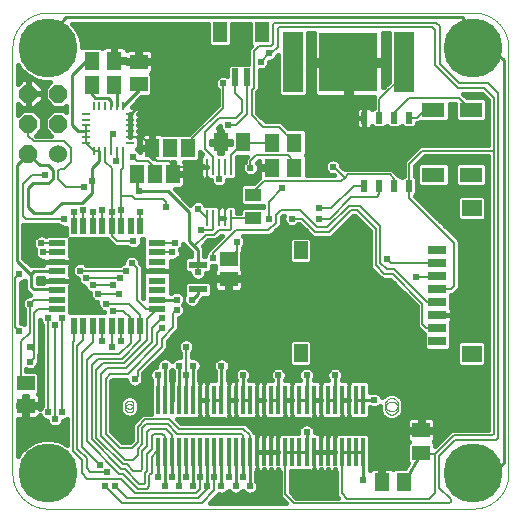
<source format=gtl>
G75*
%MOIN*%
%OFA0B0*%
%FSLAX25Y25*%
%IPPOS*%
%LPD*%
%AMOC8*
5,1,8,0,0,1.08239X$1,22.5*
%
%ADD10C,0.00000*%
%ADD11R,0.01378X0.09646*%
%ADD12R,0.05800X0.02000*%
%ADD13R,0.02000X0.05800*%
%ADD14C,0.06000*%
%ADD15OC8,0.06000*%
%ADD16R,0.05906X0.05118*%
%ADD17R,0.05512X0.04331*%
%ADD18R,0.05118X0.05906*%
%ADD19R,0.01142X0.02756*%
%ADD20R,0.02756X0.01142*%
%ADD21R,0.04600X0.06300*%
%ADD22R,0.01100X0.05500*%
%ADD23R,0.05118X0.06299*%
%ADD24R,0.06102X0.02362*%
%ADD25R,0.06693X0.05512*%
%ADD26R,0.05906X0.03150*%
%ADD27R,0.04528X0.05906*%
%ADD28R,0.04724X0.07087*%
%ADD29R,0.02362X0.05906*%
%ADD30R,0.02008X0.03898*%
%ADD31R,0.07480X0.05118*%
%ADD32R,0.07008X0.20000*%
%ADD33R,0.19685X0.19685*%
%ADD34C,0.02381*%
%ADD35C,0.01000*%
%ADD36C,0.00600*%
%ADD37C,0.01600*%
%ADD38C,0.19685*%
D10*
X0014499Y0018636D02*
X0156231Y0018636D01*
X0156516Y0018639D01*
X0156802Y0018650D01*
X0157087Y0018667D01*
X0157371Y0018691D01*
X0157655Y0018722D01*
X0157938Y0018760D01*
X0158219Y0018805D01*
X0158500Y0018856D01*
X0158780Y0018914D01*
X0159058Y0018979D01*
X0159334Y0019051D01*
X0159608Y0019129D01*
X0159881Y0019214D01*
X0160151Y0019306D01*
X0160419Y0019404D01*
X0160685Y0019508D01*
X0160948Y0019619D01*
X0161208Y0019736D01*
X0161466Y0019859D01*
X0161720Y0019989D01*
X0161971Y0020125D01*
X0162219Y0020266D01*
X0162463Y0020414D01*
X0162704Y0020567D01*
X0162940Y0020727D01*
X0163173Y0020892D01*
X0163402Y0021062D01*
X0163627Y0021238D01*
X0163847Y0021420D01*
X0164063Y0021606D01*
X0164274Y0021798D01*
X0164481Y0021995D01*
X0164683Y0022197D01*
X0164880Y0022404D01*
X0165072Y0022615D01*
X0165258Y0022831D01*
X0165440Y0023051D01*
X0165616Y0023276D01*
X0165786Y0023505D01*
X0165951Y0023738D01*
X0166111Y0023974D01*
X0166264Y0024215D01*
X0166412Y0024459D01*
X0166553Y0024707D01*
X0166689Y0024958D01*
X0166819Y0025212D01*
X0166942Y0025470D01*
X0167059Y0025730D01*
X0167170Y0025993D01*
X0167274Y0026259D01*
X0167372Y0026527D01*
X0167464Y0026797D01*
X0167549Y0027070D01*
X0167627Y0027344D01*
X0167699Y0027620D01*
X0167764Y0027898D01*
X0167822Y0028178D01*
X0167873Y0028459D01*
X0167918Y0028740D01*
X0167956Y0029023D01*
X0167987Y0029307D01*
X0168011Y0029591D01*
X0168028Y0029876D01*
X0168039Y0030162D01*
X0168042Y0030447D01*
X0168042Y0172179D01*
X0168039Y0172464D01*
X0168028Y0172750D01*
X0168011Y0173035D01*
X0167987Y0173319D01*
X0167956Y0173603D01*
X0167918Y0173886D01*
X0167873Y0174167D01*
X0167822Y0174448D01*
X0167764Y0174728D01*
X0167699Y0175006D01*
X0167627Y0175282D01*
X0167549Y0175556D01*
X0167464Y0175829D01*
X0167372Y0176099D01*
X0167274Y0176367D01*
X0167170Y0176633D01*
X0167059Y0176896D01*
X0166942Y0177156D01*
X0166819Y0177414D01*
X0166689Y0177668D01*
X0166553Y0177919D01*
X0166412Y0178167D01*
X0166264Y0178411D01*
X0166111Y0178652D01*
X0165951Y0178888D01*
X0165786Y0179121D01*
X0165616Y0179350D01*
X0165440Y0179575D01*
X0165258Y0179795D01*
X0165072Y0180011D01*
X0164880Y0180222D01*
X0164683Y0180429D01*
X0164481Y0180631D01*
X0164274Y0180828D01*
X0164063Y0181020D01*
X0163847Y0181206D01*
X0163627Y0181388D01*
X0163402Y0181564D01*
X0163173Y0181734D01*
X0162940Y0181899D01*
X0162704Y0182059D01*
X0162463Y0182212D01*
X0162219Y0182360D01*
X0161971Y0182501D01*
X0161720Y0182637D01*
X0161466Y0182767D01*
X0161208Y0182890D01*
X0160948Y0183007D01*
X0160685Y0183118D01*
X0160419Y0183222D01*
X0160151Y0183320D01*
X0159881Y0183412D01*
X0159608Y0183497D01*
X0159334Y0183575D01*
X0159058Y0183647D01*
X0158780Y0183712D01*
X0158500Y0183770D01*
X0158219Y0183821D01*
X0157938Y0183866D01*
X0157655Y0183904D01*
X0157371Y0183935D01*
X0157087Y0183959D01*
X0156802Y0183976D01*
X0156516Y0183987D01*
X0156231Y0183990D01*
X0014499Y0183990D01*
X0014214Y0183987D01*
X0013928Y0183976D01*
X0013643Y0183959D01*
X0013359Y0183935D01*
X0013075Y0183904D01*
X0012792Y0183866D01*
X0012511Y0183821D01*
X0012230Y0183770D01*
X0011950Y0183712D01*
X0011672Y0183647D01*
X0011396Y0183575D01*
X0011122Y0183497D01*
X0010849Y0183412D01*
X0010579Y0183320D01*
X0010311Y0183222D01*
X0010045Y0183118D01*
X0009782Y0183007D01*
X0009522Y0182890D01*
X0009264Y0182767D01*
X0009010Y0182637D01*
X0008759Y0182501D01*
X0008511Y0182360D01*
X0008267Y0182212D01*
X0008026Y0182059D01*
X0007790Y0181899D01*
X0007557Y0181734D01*
X0007328Y0181564D01*
X0007103Y0181388D01*
X0006883Y0181206D01*
X0006667Y0181020D01*
X0006456Y0180828D01*
X0006249Y0180631D01*
X0006047Y0180429D01*
X0005850Y0180222D01*
X0005658Y0180011D01*
X0005472Y0179795D01*
X0005290Y0179575D01*
X0005114Y0179350D01*
X0004944Y0179121D01*
X0004779Y0178888D01*
X0004619Y0178652D01*
X0004466Y0178411D01*
X0004318Y0178167D01*
X0004177Y0177919D01*
X0004041Y0177668D01*
X0003911Y0177414D01*
X0003788Y0177156D01*
X0003671Y0176896D01*
X0003560Y0176633D01*
X0003456Y0176367D01*
X0003358Y0176099D01*
X0003266Y0175829D01*
X0003181Y0175556D01*
X0003103Y0175282D01*
X0003031Y0175006D01*
X0002966Y0174728D01*
X0002908Y0174448D01*
X0002857Y0174167D01*
X0002812Y0173886D01*
X0002774Y0173603D01*
X0002743Y0173319D01*
X0002719Y0173035D01*
X0002702Y0172750D01*
X0002691Y0172464D01*
X0002688Y0172179D01*
X0002688Y0030447D01*
X0002691Y0030162D01*
X0002702Y0029876D01*
X0002719Y0029591D01*
X0002743Y0029307D01*
X0002774Y0029023D01*
X0002812Y0028740D01*
X0002857Y0028459D01*
X0002908Y0028178D01*
X0002966Y0027898D01*
X0003031Y0027620D01*
X0003103Y0027344D01*
X0003181Y0027070D01*
X0003266Y0026797D01*
X0003358Y0026527D01*
X0003456Y0026259D01*
X0003560Y0025993D01*
X0003671Y0025730D01*
X0003788Y0025470D01*
X0003911Y0025212D01*
X0004041Y0024958D01*
X0004177Y0024707D01*
X0004318Y0024459D01*
X0004466Y0024215D01*
X0004619Y0023974D01*
X0004779Y0023738D01*
X0004944Y0023505D01*
X0005114Y0023276D01*
X0005290Y0023051D01*
X0005472Y0022831D01*
X0005658Y0022615D01*
X0005850Y0022404D01*
X0006047Y0022197D01*
X0006249Y0021995D01*
X0006456Y0021798D01*
X0006667Y0021606D01*
X0006883Y0021420D01*
X0007103Y0021238D01*
X0007328Y0021062D01*
X0007557Y0020892D01*
X0007790Y0020727D01*
X0008026Y0020567D01*
X0008267Y0020414D01*
X0008511Y0020266D01*
X0008759Y0020125D01*
X0009010Y0019989D01*
X0009264Y0019859D01*
X0009522Y0019736D01*
X0009782Y0019619D01*
X0010045Y0019508D01*
X0010311Y0019404D01*
X0010579Y0019306D01*
X0010849Y0019214D01*
X0011122Y0019129D01*
X0011396Y0019051D01*
X0011672Y0018979D01*
X0011950Y0018914D01*
X0012230Y0018856D01*
X0012511Y0018805D01*
X0012792Y0018760D01*
X0013075Y0018722D01*
X0013359Y0018691D01*
X0013643Y0018667D01*
X0013928Y0018650D01*
X0014214Y0018639D01*
X0014499Y0018636D01*
X0040286Y0052100D02*
X0040288Y0052174D01*
X0040294Y0052248D01*
X0040304Y0052321D01*
X0040318Y0052394D01*
X0040335Y0052466D01*
X0040357Y0052536D01*
X0040382Y0052606D01*
X0040411Y0052674D01*
X0040444Y0052740D01*
X0040480Y0052805D01*
X0040520Y0052867D01*
X0040562Y0052928D01*
X0040608Y0052986D01*
X0040657Y0053041D01*
X0040709Y0053094D01*
X0040764Y0053144D01*
X0040821Y0053190D01*
X0040881Y0053234D01*
X0040943Y0053274D01*
X0041007Y0053311D01*
X0041073Y0053345D01*
X0041141Y0053375D01*
X0041210Y0053401D01*
X0041281Y0053424D01*
X0041352Y0053442D01*
X0041425Y0053457D01*
X0041498Y0053468D01*
X0041572Y0053475D01*
X0041646Y0053478D01*
X0041719Y0053477D01*
X0041793Y0053472D01*
X0041867Y0053463D01*
X0041940Y0053450D01*
X0042012Y0053433D01*
X0042083Y0053413D01*
X0042153Y0053388D01*
X0042221Y0053360D01*
X0042288Y0053329D01*
X0042353Y0053293D01*
X0042416Y0053255D01*
X0042477Y0053213D01*
X0042536Y0053167D01*
X0042592Y0053119D01*
X0042645Y0053068D01*
X0042695Y0053014D01*
X0042743Y0052957D01*
X0042787Y0052898D01*
X0042829Y0052836D01*
X0042867Y0052773D01*
X0042901Y0052707D01*
X0042932Y0052640D01*
X0042959Y0052571D01*
X0042982Y0052501D01*
X0043002Y0052430D01*
X0043018Y0052357D01*
X0043030Y0052284D01*
X0043038Y0052211D01*
X0043042Y0052137D01*
X0043042Y0052063D01*
X0043038Y0051989D01*
X0043030Y0051916D01*
X0043018Y0051843D01*
X0043002Y0051770D01*
X0042982Y0051699D01*
X0042959Y0051629D01*
X0042932Y0051560D01*
X0042901Y0051493D01*
X0042867Y0051427D01*
X0042829Y0051364D01*
X0042787Y0051302D01*
X0042743Y0051243D01*
X0042695Y0051186D01*
X0042645Y0051132D01*
X0042592Y0051081D01*
X0042536Y0051033D01*
X0042477Y0050987D01*
X0042416Y0050945D01*
X0042353Y0050907D01*
X0042288Y0050871D01*
X0042221Y0050840D01*
X0042153Y0050812D01*
X0042083Y0050787D01*
X0042012Y0050767D01*
X0041940Y0050750D01*
X0041867Y0050737D01*
X0041793Y0050728D01*
X0041719Y0050723D01*
X0041646Y0050722D01*
X0041572Y0050725D01*
X0041498Y0050732D01*
X0041425Y0050743D01*
X0041352Y0050758D01*
X0041281Y0050776D01*
X0041210Y0050799D01*
X0041141Y0050825D01*
X0041073Y0050855D01*
X0041007Y0050889D01*
X0040943Y0050926D01*
X0040881Y0050966D01*
X0040821Y0051010D01*
X0040764Y0051056D01*
X0040709Y0051106D01*
X0040657Y0051159D01*
X0040608Y0051214D01*
X0040562Y0051272D01*
X0040520Y0051333D01*
X0040480Y0051395D01*
X0040444Y0051460D01*
X0040411Y0051526D01*
X0040382Y0051594D01*
X0040357Y0051664D01*
X0040335Y0051734D01*
X0040318Y0051806D01*
X0040304Y0051879D01*
X0040294Y0051952D01*
X0040288Y0052026D01*
X0040286Y0052100D01*
X0040286Y0053281D02*
X0040288Y0053355D01*
X0040294Y0053429D01*
X0040304Y0053502D01*
X0040318Y0053575D01*
X0040335Y0053647D01*
X0040357Y0053717D01*
X0040382Y0053787D01*
X0040411Y0053855D01*
X0040444Y0053921D01*
X0040480Y0053986D01*
X0040520Y0054048D01*
X0040562Y0054109D01*
X0040608Y0054167D01*
X0040657Y0054222D01*
X0040709Y0054275D01*
X0040764Y0054325D01*
X0040821Y0054371D01*
X0040881Y0054415D01*
X0040943Y0054455D01*
X0041007Y0054492D01*
X0041073Y0054526D01*
X0041141Y0054556D01*
X0041210Y0054582D01*
X0041281Y0054605D01*
X0041352Y0054623D01*
X0041425Y0054638D01*
X0041498Y0054649D01*
X0041572Y0054656D01*
X0041646Y0054659D01*
X0041719Y0054658D01*
X0041793Y0054653D01*
X0041867Y0054644D01*
X0041940Y0054631D01*
X0042012Y0054614D01*
X0042083Y0054594D01*
X0042153Y0054569D01*
X0042221Y0054541D01*
X0042288Y0054510D01*
X0042353Y0054474D01*
X0042416Y0054436D01*
X0042477Y0054394D01*
X0042536Y0054348D01*
X0042592Y0054300D01*
X0042645Y0054249D01*
X0042695Y0054195D01*
X0042743Y0054138D01*
X0042787Y0054079D01*
X0042829Y0054017D01*
X0042867Y0053954D01*
X0042901Y0053888D01*
X0042932Y0053821D01*
X0042959Y0053752D01*
X0042982Y0053682D01*
X0043002Y0053611D01*
X0043018Y0053538D01*
X0043030Y0053465D01*
X0043038Y0053392D01*
X0043042Y0053318D01*
X0043042Y0053244D01*
X0043038Y0053170D01*
X0043030Y0053097D01*
X0043018Y0053024D01*
X0043002Y0052951D01*
X0042982Y0052880D01*
X0042959Y0052810D01*
X0042932Y0052741D01*
X0042901Y0052674D01*
X0042867Y0052608D01*
X0042829Y0052545D01*
X0042787Y0052483D01*
X0042743Y0052424D01*
X0042695Y0052367D01*
X0042645Y0052313D01*
X0042592Y0052262D01*
X0042536Y0052214D01*
X0042477Y0052168D01*
X0042416Y0052126D01*
X0042353Y0052088D01*
X0042288Y0052052D01*
X0042221Y0052021D01*
X0042153Y0051993D01*
X0042083Y0051968D01*
X0042012Y0051948D01*
X0041940Y0051931D01*
X0041867Y0051918D01*
X0041793Y0051909D01*
X0041719Y0051904D01*
X0041646Y0051903D01*
X0041572Y0051906D01*
X0041498Y0051913D01*
X0041425Y0051924D01*
X0041352Y0051939D01*
X0041281Y0051957D01*
X0041210Y0051980D01*
X0041141Y0052006D01*
X0041073Y0052036D01*
X0041007Y0052070D01*
X0040943Y0052107D01*
X0040881Y0052147D01*
X0040821Y0052191D01*
X0040764Y0052237D01*
X0040709Y0052287D01*
X0040657Y0052340D01*
X0040608Y0052395D01*
X0040562Y0052453D01*
X0040520Y0052514D01*
X0040480Y0052576D01*
X0040444Y0052641D01*
X0040411Y0052707D01*
X0040382Y0052775D01*
X0040357Y0052845D01*
X0040335Y0052915D01*
X0040318Y0052987D01*
X0040304Y0053060D01*
X0040294Y0053133D01*
X0040288Y0053207D01*
X0040286Y0053281D01*
X0126901Y0053281D02*
X0126903Y0053374D01*
X0126909Y0053466D01*
X0126919Y0053558D01*
X0126933Y0053649D01*
X0126950Y0053740D01*
X0126972Y0053830D01*
X0126997Y0053919D01*
X0127026Y0054007D01*
X0127059Y0054093D01*
X0127096Y0054178D01*
X0127136Y0054262D01*
X0127180Y0054343D01*
X0127227Y0054423D01*
X0127277Y0054501D01*
X0127331Y0054576D01*
X0127388Y0054649D01*
X0127448Y0054719D01*
X0127511Y0054787D01*
X0127577Y0054852D01*
X0127645Y0054914D01*
X0127716Y0054974D01*
X0127790Y0055030D01*
X0127866Y0055083D01*
X0127944Y0055132D01*
X0128024Y0055179D01*
X0128106Y0055221D01*
X0128190Y0055261D01*
X0128275Y0055296D01*
X0128362Y0055328D01*
X0128450Y0055357D01*
X0128539Y0055381D01*
X0128629Y0055402D01*
X0128720Y0055418D01*
X0128812Y0055431D01*
X0128904Y0055440D01*
X0128997Y0055445D01*
X0129089Y0055446D01*
X0129182Y0055443D01*
X0129274Y0055436D01*
X0129366Y0055425D01*
X0129457Y0055410D01*
X0129548Y0055392D01*
X0129638Y0055369D01*
X0129726Y0055343D01*
X0129814Y0055313D01*
X0129900Y0055279D01*
X0129984Y0055242D01*
X0130067Y0055200D01*
X0130148Y0055156D01*
X0130228Y0055108D01*
X0130305Y0055057D01*
X0130379Y0055002D01*
X0130452Y0054944D01*
X0130522Y0054884D01*
X0130589Y0054820D01*
X0130653Y0054754D01*
X0130715Y0054684D01*
X0130773Y0054613D01*
X0130828Y0054539D01*
X0130880Y0054462D01*
X0130929Y0054383D01*
X0130975Y0054303D01*
X0131017Y0054220D01*
X0131055Y0054136D01*
X0131090Y0054050D01*
X0131121Y0053963D01*
X0131148Y0053875D01*
X0131171Y0053785D01*
X0131191Y0053695D01*
X0131207Y0053604D01*
X0131219Y0053512D01*
X0131227Y0053420D01*
X0131231Y0053327D01*
X0131231Y0053235D01*
X0131227Y0053142D01*
X0131219Y0053050D01*
X0131207Y0052958D01*
X0131191Y0052867D01*
X0131171Y0052777D01*
X0131148Y0052687D01*
X0131121Y0052599D01*
X0131090Y0052512D01*
X0131055Y0052426D01*
X0131017Y0052342D01*
X0130975Y0052259D01*
X0130929Y0052179D01*
X0130880Y0052100D01*
X0130828Y0052023D01*
X0130773Y0051949D01*
X0130715Y0051878D01*
X0130653Y0051808D01*
X0130589Y0051742D01*
X0130522Y0051678D01*
X0130452Y0051618D01*
X0130379Y0051560D01*
X0130305Y0051505D01*
X0130228Y0051454D01*
X0130149Y0051406D01*
X0130067Y0051362D01*
X0129984Y0051320D01*
X0129900Y0051283D01*
X0129814Y0051249D01*
X0129726Y0051219D01*
X0129638Y0051193D01*
X0129548Y0051170D01*
X0129457Y0051152D01*
X0129366Y0051137D01*
X0129274Y0051126D01*
X0129182Y0051119D01*
X0129089Y0051116D01*
X0128997Y0051117D01*
X0128904Y0051122D01*
X0128812Y0051131D01*
X0128720Y0051144D01*
X0128629Y0051160D01*
X0128539Y0051181D01*
X0128450Y0051205D01*
X0128362Y0051234D01*
X0128275Y0051266D01*
X0128190Y0051301D01*
X0128106Y0051341D01*
X0128024Y0051383D01*
X0127944Y0051430D01*
X0127866Y0051479D01*
X0127790Y0051532D01*
X0127716Y0051588D01*
X0127645Y0051648D01*
X0127577Y0051710D01*
X0127511Y0051775D01*
X0127448Y0051843D01*
X0127388Y0051913D01*
X0127331Y0051986D01*
X0127277Y0052061D01*
X0127227Y0052139D01*
X0127180Y0052219D01*
X0127136Y0052300D01*
X0127096Y0052384D01*
X0127059Y0052469D01*
X0127026Y0052555D01*
X0126997Y0052643D01*
X0126972Y0052732D01*
X0126950Y0052822D01*
X0126933Y0052913D01*
X0126919Y0053004D01*
X0126909Y0053096D01*
X0126903Y0053188D01*
X0126901Y0053281D01*
X0126901Y0052100D02*
X0126903Y0052193D01*
X0126909Y0052285D01*
X0126919Y0052377D01*
X0126933Y0052468D01*
X0126950Y0052559D01*
X0126972Y0052649D01*
X0126997Y0052738D01*
X0127026Y0052826D01*
X0127059Y0052912D01*
X0127096Y0052997D01*
X0127136Y0053081D01*
X0127180Y0053162D01*
X0127227Y0053242D01*
X0127277Y0053320D01*
X0127331Y0053395D01*
X0127388Y0053468D01*
X0127448Y0053538D01*
X0127511Y0053606D01*
X0127577Y0053671D01*
X0127645Y0053733D01*
X0127716Y0053793D01*
X0127790Y0053849D01*
X0127866Y0053902D01*
X0127944Y0053951D01*
X0128024Y0053998D01*
X0128106Y0054040D01*
X0128190Y0054080D01*
X0128275Y0054115D01*
X0128362Y0054147D01*
X0128450Y0054176D01*
X0128539Y0054200D01*
X0128629Y0054221D01*
X0128720Y0054237D01*
X0128812Y0054250D01*
X0128904Y0054259D01*
X0128997Y0054264D01*
X0129089Y0054265D01*
X0129182Y0054262D01*
X0129274Y0054255D01*
X0129366Y0054244D01*
X0129457Y0054229D01*
X0129548Y0054211D01*
X0129638Y0054188D01*
X0129726Y0054162D01*
X0129814Y0054132D01*
X0129900Y0054098D01*
X0129984Y0054061D01*
X0130067Y0054019D01*
X0130148Y0053975D01*
X0130228Y0053927D01*
X0130305Y0053876D01*
X0130379Y0053821D01*
X0130452Y0053763D01*
X0130522Y0053703D01*
X0130589Y0053639D01*
X0130653Y0053573D01*
X0130715Y0053503D01*
X0130773Y0053432D01*
X0130828Y0053358D01*
X0130880Y0053281D01*
X0130929Y0053202D01*
X0130975Y0053122D01*
X0131017Y0053039D01*
X0131055Y0052955D01*
X0131090Y0052869D01*
X0131121Y0052782D01*
X0131148Y0052694D01*
X0131171Y0052604D01*
X0131191Y0052514D01*
X0131207Y0052423D01*
X0131219Y0052331D01*
X0131227Y0052239D01*
X0131231Y0052146D01*
X0131231Y0052054D01*
X0131227Y0051961D01*
X0131219Y0051869D01*
X0131207Y0051777D01*
X0131191Y0051686D01*
X0131171Y0051596D01*
X0131148Y0051506D01*
X0131121Y0051418D01*
X0131090Y0051331D01*
X0131055Y0051245D01*
X0131017Y0051161D01*
X0130975Y0051078D01*
X0130929Y0050998D01*
X0130880Y0050919D01*
X0130828Y0050842D01*
X0130773Y0050768D01*
X0130715Y0050697D01*
X0130653Y0050627D01*
X0130589Y0050561D01*
X0130522Y0050497D01*
X0130452Y0050437D01*
X0130379Y0050379D01*
X0130305Y0050324D01*
X0130228Y0050273D01*
X0130149Y0050225D01*
X0130067Y0050181D01*
X0129984Y0050139D01*
X0129900Y0050102D01*
X0129814Y0050068D01*
X0129726Y0050038D01*
X0129638Y0050012D01*
X0129548Y0049989D01*
X0129457Y0049971D01*
X0129366Y0049956D01*
X0129274Y0049945D01*
X0129182Y0049938D01*
X0129089Y0049935D01*
X0128997Y0049936D01*
X0128904Y0049941D01*
X0128812Y0049950D01*
X0128720Y0049963D01*
X0128629Y0049979D01*
X0128539Y0050000D01*
X0128450Y0050024D01*
X0128362Y0050053D01*
X0128275Y0050085D01*
X0128190Y0050120D01*
X0128106Y0050160D01*
X0128024Y0050202D01*
X0127944Y0050249D01*
X0127866Y0050298D01*
X0127790Y0050351D01*
X0127716Y0050407D01*
X0127645Y0050467D01*
X0127577Y0050529D01*
X0127511Y0050594D01*
X0127448Y0050662D01*
X0127388Y0050732D01*
X0127331Y0050805D01*
X0127277Y0050880D01*
X0127227Y0050958D01*
X0127180Y0051038D01*
X0127136Y0051119D01*
X0127096Y0051203D01*
X0127059Y0051288D01*
X0127026Y0051374D01*
X0126997Y0051462D01*
X0126972Y0051551D01*
X0126950Y0051641D01*
X0126933Y0051732D01*
X0126919Y0051823D01*
X0126909Y0051915D01*
X0126903Y0052007D01*
X0126901Y0052100D01*
D11*
X0119617Y0054955D03*
X0117255Y0054955D03*
X0114893Y0054955D03*
X0112530Y0054955D03*
X0110168Y0054955D03*
X0107806Y0054955D03*
X0105444Y0054955D03*
X0103081Y0054955D03*
X0100719Y0054955D03*
X0098357Y0054955D03*
X0095995Y0054955D03*
X0093633Y0054955D03*
X0091270Y0054955D03*
X0088908Y0054955D03*
X0086546Y0054955D03*
X0084184Y0054955D03*
X0081822Y0054955D03*
X0079459Y0054955D03*
X0077097Y0054955D03*
X0074735Y0054955D03*
X0072373Y0054955D03*
X0070011Y0054955D03*
X0067648Y0054955D03*
X0065286Y0054955D03*
X0062924Y0054955D03*
X0060562Y0054955D03*
X0058200Y0054955D03*
X0055837Y0054955D03*
X0053475Y0054955D03*
X0051113Y0054955D03*
X0051113Y0037435D03*
X0053475Y0037435D03*
X0055837Y0037435D03*
X0058200Y0037435D03*
X0060562Y0037435D03*
X0062924Y0037435D03*
X0065286Y0037435D03*
X0067648Y0037435D03*
X0070011Y0037435D03*
X0072373Y0037435D03*
X0074735Y0037435D03*
X0077097Y0037435D03*
X0079459Y0037435D03*
X0081822Y0037435D03*
X0084184Y0037435D03*
X0086546Y0037435D03*
X0088908Y0037435D03*
X0091270Y0037435D03*
X0093633Y0037435D03*
X0095995Y0037435D03*
X0098357Y0037435D03*
X0100719Y0037435D03*
X0103081Y0037435D03*
X0105444Y0037435D03*
X0107806Y0037435D03*
X0110168Y0037435D03*
X0112530Y0037435D03*
X0114893Y0037435D03*
X0117255Y0037435D03*
X0119617Y0037435D03*
D12*
X0050884Y0085195D03*
X0050884Y0088295D03*
X0050884Y0091495D03*
X0050884Y0094595D03*
X0050884Y0097795D03*
X0050884Y0100895D03*
X0050884Y0104095D03*
X0050884Y0107195D03*
X0017484Y0107195D03*
X0017484Y0104095D03*
X0017484Y0100895D03*
X0017484Y0097795D03*
X0017484Y0094595D03*
X0017484Y0091495D03*
X0017484Y0088295D03*
X0017484Y0085195D03*
D13*
X0023184Y0079495D03*
X0026284Y0079495D03*
X0029484Y0079495D03*
X0032584Y0079495D03*
X0035784Y0079495D03*
X0038884Y0079495D03*
X0042084Y0079495D03*
X0045184Y0079495D03*
X0045184Y0112895D03*
X0042084Y0112895D03*
X0038884Y0112895D03*
X0035784Y0112895D03*
X0032584Y0112895D03*
X0029484Y0112895D03*
X0026284Y0112895D03*
X0023184Y0112895D03*
D14*
X0018030Y0136911D03*
D15*
X0018030Y0146911D03*
X0018030Y0156911D03*
X0008030Y0156911D03*
X0008030Y0146911D03*
X0008030Y0136911D03*
D16*
X0044814Y0160052D03*
X0044814Y0167533D03*
X0074735Y0101904D03*
X0074735Y0095211D03*
X0138908Y0044785D03*
X0138908Y0037304D03*
X0007137Y0052888D03*
X0007137Y0060368D03*
D17*
X0082854Y0115416D03*
X0082854Y0123290D03*
D18*
X0089202Y0132294D03*
X0096682Y0132294D03*
X0036546Y0159974D03*
X0029066Y0159974D03*
X0029066Y0167951D03*
X0036546Y0167951D03*
X0125752Y0027494D03*
X0133232Y0027494D03*
D19*
X0039570Y0137978D03*
X0037602Y0137978D03*
X0035633Y0137978D03*
X0033665Y0137978D03*
X0031696Y0137978D03*
X0029728Y0137978D03*
X0029728Y0152742D03*
X0031696Y0152742D03*
X0033665Y0152742D03*
X0035633Y0152742D03*
X0037602Y0152742D03*
X0039570Y0152742D03*
D20*
X0042031Y0150281D03*
X0042031Y0148313D03*
X0042031Y0146344D03*
X0042031Y0144376D03*
X0042031Y0142407D03*
X0042031Y0140439D03*
X0027267Y0140439D03*
X0027267Y0142407D03*
X0027267Y0144376D03*
X0027267Y0146344D03*
X0027267Y0148313D03*
X0027267Y0150281D03*
D21*
X0044111Y0130176D03*
X0050111Y0130176D03*
X0056111Y0130176D03*
X0055307Y0138870D03*
X0049307Y0138870D03*
X0061307Y0138870D03*
D22*
X0067667Y0132659D03*
X0069567Y0132659D03*
X0071567Y0132659D03*
X0073567Y0132659D03*
X0075467Y0132659D03*
X0075467Y0115459D03*
X0073567Y0115459D03*
X0071567Y0115459D03*
X0069567Y0115459D03*
X0067667Y0115459D03*
D23*
X0072088Y0140704D03*
X0079568Y0140704D03*
X0089233Y0140645D03*
X0096714Y0140645D03*
D24*
X0064450Y0099885D03*
X0064450Y0091696D03*
D25*
X0155757Y0070312D03*
X0155757Y0118737D03*
D26*
X0144340Y0104761D03*
X0144340Y0100430D03*
X0144340Y0096100D03*
X0144340Y0091769D03*
X0144340Y0087438D03*
X0144340Y0083107D03*
X0144340Y0078777D03*
X0144340Y0074446D03*
D27*
X0098789Y0070509D03*
X0098789Y0104761D03*
D28*
X0085956Y0177494D03*
X0071782Y0177494D03*
D29*
X0076900Y0162337D03*
X0080837Y0162337D03*
D30*
X0119971Y0148911D03*
X0124971Y0148911D03*
X0129971Y0148911D03*
X0134971Y0148911D03*
X0134971Y0126313D03*
X0129971Y0126313D03*
X0124971Y0126313D03*
X0119971Y0126313D03*
D31*
X0143042Y0129856D03*
X0155641Y0129856D03*
X0155641Y0151510D03*
X0143042Y0151510D03*
D32*
X0133200Y0167455D03*
X0096192Y0167455D03*
D33*
X0114696Y0167455D03*
D34*
X0119420Y0167455D03*
X0131822Y0170014D03*
X0109578Y0132612D03*
X0105050Y0118833D03*
X0105050Y0115289D03*
X0095798Y0115289D03*
X0088121Y0115289D03*
X0083003Y0115289D03*
X0077491Y0107612D03*
X0069617Y0102297D03*
X0067058Y0105841D03*
X0065483Y0111549D03*
X0064499Y0118636D03*
X0053869Y0119030D03*
X0045207Y0117455D03*
X0044814Y0124541D03*
X0038908Y0118045D03*
X0035759Y0117455D03*
X0032609Y0118045D03*
X0029459Y0117455D03*
X0026310Y0118045D03*
X0023160Y0117455D03*
X0020011Y0115093D03*
X0012333Y0107219D03*
X0012924Y0104069D03*
X0012137Y0094620D03*
X0006428Y0093242D03*
X0005050Y0096785D03*
X0008593Y0086943D03*
X0006034Y0081431D03*
X0005050Y0077691D03*
X0008593Y0072376D03*
X0008593Y0067652D03*
X0012137Y0079856D03*
X0014499Y0082022D03*
X0016861Y0079856D03*
X0019223Y0082022D03*
X0029459Y0093045D03*
X0027294Y0095407D03*
X0025326Y0097967D03*
X0031231Y0090289D03*
X0033790Y0086943D03*
X0036152Y0084581D03*
X0038121Y0090289D03*
X0036349Y0093045D03*
X0038515Y0095407D03*
X0040483Y0097967D03*
X0042452Y0100526D03*
X0043042Y0107809D03*
X0056034Y0104069D03*
X0056822Y0107219D03*
X0064499Y0097376D03*
X0062607Y0088321D03*
X0057412Y0088321D03*
X0057412Y0084974D03*
X0052491Y0082022D03*
X0052491Y0078675D03*
X0060562Y0072573D03*
X0062924Y0066274D03*
X0060562Y0063124D03*
X0058200Y0066274D03*
X0055837Y0063124D03*
X0053475Y0066274D03*
X0051113Y0063124D03*
X0043436Y0061746D03*
X0035759Y0072573D03*
X0038908Y0074344D03*
X0032609Y0074344D03*
X0019223Y0050722D03*
X0016861Y0048557D03*
X0014499Y0050722D03*
X0007019Y0053085D03*
X0031822Y0033203D03*
X0034184Y0030841D03*
X0033593Y0026116D03*
X0036940Y0026116D03*
X0051104Y0029266D03*
X0053475Y0026116D03*
X0055837Y0029266D03*
X0058200Y0026116D03*
X0060562Y0029266D03*
X0062924Y0026116D03*
X0065286Y0029266D03*
X0067648Y0026116D03*
X0070011Y0029266D03*
X0072373Y0026116D03*
X0074735Y0029266D03*
X0077097Y0026116D03*
X0079459Y0029266D03*
X0081822Y0026116D03*
X0084184Y0029266D03*
X0091270Y0046589D03*
X0100719Y0044226D03*
X0114893Y0047770D03*
X0123160Y0054856D03*
X0110168Y0063124D03*
X0105388Y0063236D03*
X0100719Y0063124D03*
X0095995Y0063124D03*
X0091270Y0063124D03*
X0084184Y0063124D03*
X0079459Y0063124D03*
X0077097Y0066274D03*
X0074735Y0063124D03*
X0072373Y0066274D03*
X0067648Y0066274D03*
X0103081Y0028872D03*
X0119617Y0028281D03*
X0137333Y0095998D03*
X0127688Y0101707D03*
X0092648Y0125526D03*
X0082019Y0132219D03*
X0071585Y0128478D03*
X0065877Y0132612D03*
X0071979Y0140683D03*
X0074538Y0146392D03*
X0072963Y0160368D03*
X0085562Y0167652D03*
X0088318Y0170407D03*
X0055247Y0138911D03*
X0042845Y0135959D03*
X0037137Y0134581D03*
X0029263Y0127691D03*
X0026507Y0125722D03*
X0013515Y0129856D03*
X0036349Y0143439D03*
X0036743Y0169423D03*
X0025719Y0178872D03*
D35*
X0020404Y0182415D02*
X0152688Y0182415D01*
X0156231Y0178478D01*
X0156231Y0172179D01*
X0162137Y0172179D01*
X0166467Y0168242D01*
X0166467Y0033990D01*
X0162530Y0030447D01*
X0156231Y0030447D01*
X0138908Y0037304D02*
X0133232Y0027494D01*
X0119617Y0028281D02*
X0119617Y0037435D01*
X0117255Y0037435D01*
X0114893Y0037435D01*
X0112530Y0037435D01*
X0110168Y0037435D02*
X0107806Y0037435D01*
X0107806Y0043439D01*
X0110562Y0046195D01*
X0113318Y0046195D01*
X0114893Y0047770D01*
X0114893Y0054955D01*
X0112530Y0054955D01*
X0110168Y0054955D02*
X0110168Y0063124D01*
X0105444Y0063180D02*
X0105388Y0063236D01*
X0105444Y0063180D02*
X0105444Y0054955D01*
X0103081Y0054955D01*
X0103081Y0048951D01*
X0101507Y0047376D01*
X0097570Y0047376D01*
X0095995Y0048951D01*
X0095995Y0054955D01*
X0095995Y0063124D01*
X0100719Y0063124D02*
X0100719Y0054955D01*
X0098357Y0054955D01*
X0095995Y0054955D02*
X0093633Y0054955D01*
X0093633Y0048951D01*
X0091270Y0046589D01*
X0091270Y0054955D02*
X0088908Y0054955D01*
X0091270Y0054955D02*
X0091270Y0063124D01*
X0084184Y0063124D02*
X0084184Y0054955D01*
X0086546Y0054955D01*
X0081822Y0054955D02*
X0079459Y0054955D01*
X0079459Y0063124D01*
X0077097Y0066274D02*
X0077097Y0054955D01*
X0074735Y0054955D01*
X0074735Y0063124D01*
X0072373Y0066274D02*
X0072373Y0054955D01*
X0070011Y0054955D01*
X0067648Y0054955D02*
X0067648Y0066274D01*
X0067648Y0069423D01*
X0059971Y0077100D01*
X0059971Y0095604D01*
X0057781Y0097795D01*
X0050884Y0097795D01*
X0047544Y0097795D01*
X0046192Y0099148D01*
X0046192Y0103281D01*
X0044814Y0104659D01*
X0025522Y0104659D01*
X0021782Y0100919D01*
X0022570Y0100132D01*
X0022570Y0095604D01*
X0021585Y0094620D01*
X0017509Y0094620D01*
X0017484Y0094595D01*
X0017311Y0091667D02*
X0017484Y0091495D01*
X0017311Y0091667D02*
X0009774Y0091667D01*
X0008987Y0092455D01*
X0008987Y0096589D01*
X0004263Y0101313D01*
X0004263Y0133144D01*
X0008030Y0136911D01*
X0011934Y0133006D01*
X0014499Y0133006D01*
X0016074Y0131431D01*
X0016074Y0128478D01*
X0014696Y0127100D01*
X0009578Y0127100D01*
X0008003Y0125526D01*
X0008003Y0119030D01*
X0009971Y0117061D01*
X0015680Y0117061D01*
X0019223Y0120604D01*
X0025916Y0120604D01*
X0029263Y0123951D01*
X0029263Y0127691D01*
X0029263Y0132022D01*
X0031696Y0134456D01*
X0031696Y0137978D01*
X0027267Y0144376D02*
X0027220Y0144423D01*
X0024538Y0144423D01*
X0022570Y0146392D01*
X0022570Y0163321D01*
X0027200Y0167951D01*
X0029066Y0167951D01*
X0036546Y0167951D02*
X0044396Y0167951D01*
X0044814Y0167533D01*
X0048673Y0167533D01*
X0050522Y0165683D01*
X0050522Y0155644D01*
X0049538Y0154659D01*
X0046409Y0154659D01*
X0042031Y0150281D01*
X0042031Y0148313D01*
X0042031Y0146344D01*
X0042031Y0144376D01*
X0042031Y0142407D01*
X0039570Y0152742D02*
X0044892Y0158063D01*
X0044814Y0160052D01*
X0037602Y0158919D02*
X0037602Y0152742D01*
X0035633Y0152742D02*
X0035633Y0154588D01*
X0034578Y0155644D01*
X0030247Y0155644D01*
X0029066Y0156825D01*
X0029066Y0159974D01*
X0036546Y0159974D02*
X0037602Y0158919D01*
X0035562Y0152814D02*
X0035633Y0152742D01*
X0036546Y0167951D02*
X0036743Y0168148D01*
X0036743Y0169423D01*
X0020404Y0182415D02*
X0014499Y0176116D01*
X0044111Y0130176D02*
X0044111Y0125244D01*
X0044814Y0124541D01*
X0054459Y0124541D01*
X0061546Y0117455D01*
X0061546Y0107809D01*
X0063318Y0106037D01*
X0064450Y0104905D01*
X0064450Y0099885D01*
X0064450Y0091696D02*
X0064450Y0090163D01*
X0062607Y0088321D01*
X0057412Y0088321D02*
X0050910Y0088321D01*
X0050884Y0088295D01*
X0053475Y0066274D02*
X0053475Y0054955D01*
X0051113Y0054955D02*
X0051113Y0063124D01*
X0055837Y0063124D02*
X0055837Y0054955D01*
X0058200Y0054955D02*
X0058200Y0066274D01*
X0060562Y0063124D02*
X0060562Y0054955D01*
X0062924Y0054955D02*
X0062924Y0066274D01*
X0065286Y0054955D02*
X0067648Y0054955D01*
X0067648Y0037435D02*
X0067648Y0026116D01*
X0065286Y0029266D02*
X0065286Y0037435D01*
X0062924Y0037435D02*
X0062924Y0026116D01*
X0060562Y0029266D02*
X0060562Y0037435D01*
X0058200Y0037435D02*
X0058200Y0026116D01*
X0055837Y0029266D02*
X0055837Y0037435D01*
X0053475Y0037435D02*
X0053475Y0026116D01*
X0051104Y0029266D02*
X0051104Y0037435D01*
X0051113Y0037435D01*
X0070011Y0037435D02*
X0070011Y0029266D01*
X0072373Y0026116D02*
X0072373Y0037435D01*
X0074735Y0037435D02*
X0074735Y0029266D01*
X0077097Y0026116D02*
X0077097Y0037435D01*
X0079459Y0037435D02*
X0079459Y0029266D01*
X0081822Y0026116D02*
X0081822Y0037435D01*
X0084184Y0037435D02*
X0084184Y0029266D01*
X0084184Y0037435D02*
X0086546Y0037435D01*
X0088908Y0037435D01*
X0091270Y0037435D01*
X0093633Y0037435D02*
X0095995Y0037435D01*
X0098357Y0037435D01*
X0100719Y0037435D01*
X0100719Y0044226D01*
X0100719Y0037435D02*
X0100522Y0037238D01*
X0103081Y0037435D02*
X0103081Y0028872D01*
X0103081Y0037435D02*
X0105444Y0037435D01*
X0107806Y0037435D01*
X0107806Y0054955D02*
X0110168Y0054955D01*
X0117255Y0054955D02*
X0119617Y0054955D01*
X0119715Y0054856D01*
X0123160Y0054856D01*
X0021782Y0100919D02*
X0017508Y0100919D01*
X0017484Y0100895D01*
X0017484Y0097795D02*
X0017459Y0097770D01*
X0009774Y0097770D01*
X0008987Y0096982D01*
X0008987Y0096589D01*
D36*
X0008987Y0096982D02*
X0008889Y0097081D01*
X0012137Y0094620D02*
X0017509Y0094620D01*
X0017484Y0088295D02*
X0009807Y0088295D01*
X0008420Y0086490D01*
X0008141Y0086490D01*
X0008593Y0086943D01*
X0008420Y0086490D02*
X0008420Y0077100D01*
X0005444Y0074541D01*
X0005444Y0062061D01*
X0007137Y0060368D01*
X0012924Y0054659D02*
X0011349Y0053085D01*
X0012924Y0054659D02*
X0012924Y0079069D01*
X0012137Y0079856D01*
X0014499Y0082022D02*
X0014499Y0050722D01*
X0016861Y0048557D02*
X0016861Y0079856D01*
X0019223Y0082022D02*
X0019223Y0050722D01*
X0027491Y0041077D02*
X0027491Y0068045D01*
X0029656Y0070211D01*
X0038318Y0070211D01*
X0042058Y0073951D01*
X0042058Y0079469D01*
X0042084Y0079495D01*
X0042084Y0082193D01*
X0039696Y0084581D01*
X0036152Y0084581D01*
X0033790Y0086943D02*
X0041467Y0086943D01*
X0045184Y0083226D01*
X0045184Y0079495D01*
X0045184Y0074715D01*
X0039105Y0068636D01*
X0031231Y0068636D01*
X0029066Y0066470D01*
X0029066Y0041667D01*
X0038908Y0031825D01*
X0040089Y0031825D01*
X0045011Y0026904D01*
X0046389Y0026904D01*
X0046782Y0027297D01*
X0046782Y0030447D01*
X0047570Y0031234D01*
X0047570Y0036943D01*
X0049144Y0038518D01*
X0049144Y0042848D01*
X0049932Y0043636D01*
X0052688Y0043636D01*
X0053475Y0042848D01*
X0053475Y0037435D01*
X0051113Y0037435D02*
X0050621Y0037435D01*
X0049144Y0035959D01*
X0049144Y0030644D01*
X0048357Y0029856D01*
X0048357Y0026116D01*
X0047570Y0025329D01*
X0044420Y0025329D01*
X0039499Y0030250D01*
X0038318Y0030250D01*
X0027491Y0041077D01*
X0025916Y0039108D02*
X0031822Y0033203D01*
X0034184Y0030841D02*
X0028475Y0030841D01*
X0027491Y0032022D01*
X0027491Y0035368D01*
X0024341Y0038518D01*
X0024341Y0072967D01*
X0026310Y0074935D01*
X0026310Y0079469D01*
X0026284Y0079495D01*
X0023184Y0079495D02*
X0023184Y0074565D01*
X0022767Y0074148D01*
X0022767Y0037927D01*
X0025719Y0034974D01*
X0025719Y0030447D01*
X0027688Y0028478D01*
X0038908Y0028478D01*
X0043633Y0023754D01*
X0063908Y0023754D01*
X0065286Y0025132D01*
X0065286Y0037435D01*
X0067648Y0037435D02*
X0067648Y0025329D01*
X0064499Y0022179D01*
X0040877Y0022179D01*
X0036940Y0026116D01*
X0033593Y0026116D02*
X0039105Y0020604D01*
X0065877Y0020604D01*
X0070011Y0024738D01*
X0070011Y0037435D01*
X0079459Y0037435D02*
X0079459Y0043045D01*
X0078869Y0043636D01*
X0057609Y0043636D01*
X0054459Y0046785D01*
X0047373Y0046785D01*
X0045995Y0045407D01*
X0045995Y0040093D01*
X0044420Y0038518D01*
X0044420Y0036549D01*
X0042845Y0034974D01*
X0040089Y0034974D01*
X0032215Y0042848D01*
X0032215Y0063518D01*
X0034184Y0065486D01*
X0040680Y0065486D01*
X0049341Y0074148D01*
X0049341Y0078872D01*
X0052491Y0082022D01*
X0050884Y0085195D02*
X0047152Y0085195D01*
X0044223Y0088124D01*
X0044223Y0098754D01*
X0042452Y0100526D01*
X0040483Y0097967D02*
X0025326Y0097967D01*
X0027294Y0095407D02*
X0038515Y0095407D01*
X0036349Y0093045D02*
X0029459Y0093045D01*
X0031231Y0090289D02*
X0038121Y0090289D01*
X0047570Y0081881D02*
X0047570Y0074738D01*
X0039893Y0067061D01*
X0033003Y0067061D01*
X0030641Y0064699D01*
X0030641Y0042258D01*
X0039499Y0033400D01*
X0040877Y0033400D01*
X0043042Y0031234D01*
X0045404Y0031234D01*
X0045995Y0031825D01*
X0045995Y0037927D01*
X0047570Y0039502D01*
X0047570Y0044226D01*
X0048554Y0045211D01*
X0053869Y0045211D01*
X0055837Y0043242D01*
X0055837Y0037435D01*
X0058200Y0045211D02*
X0055050Y0048360D01*
X0046782Y0048360D01*
X0044420Y0045998D01*
X0044420Y0040683D01*
X0042648Y0038911D01*
X0038515Y0038911D01*
X0033790Y0043636D01*
X0033790Y0061943D01*
X0035365Y0063518D01*
X0041074Y0063518D01*
X0050916Y0073360D01*
X0050916Y0077100D01*
X0052491Y0078675D01*
X0052491Y0075329D02*
X0056231Y0079069D01*
X0056231Y0083793D01*
X0057412Y0084974D01*
X0050884Y0085195D02*
X0047570Y0081881D01*
X0052491Y0075329D02*
X0052491Y0072573D01*
X0044420Y0064502D01*
X0044420Y0062730D01*
X0043436Y0061746D01*
X0053475Y0066274D02*
X0053488Y0066286D01*
X0060562Y0063124D02*
X0060562Y0072573D01*
X0038908Y0074344D02*
X0038884Y0074369D01*
X0038884Y0079495D01*
X0035784Y0079495D02*
X0035784Y0072598D01*
X0035759Y0072573D01*
X0032609Y0074344D02*
X0032584Y0074370D01*
X0032584Y0079495D01*
X0029484Y0079495D02*
X0029484Y0074172D01*
X0025916Y0070604D01*
X0025916Y0039108D01*
X0007137Y0052888D02*
X0007815Y0053881D01*
X0007019Y0053085D01*
X0008593Y0067652D02*
X0009774Y0068833D01*
X0009837Y0071195D01*
X0008593Y0072376D01*
X0009837Y0071195D02*
X0009837Y0083793D01*
X0011152Y0085171D01*
X0017460Y0085171D01*
X0017484Y0085195D01*
X0006034Y0081431D02*
X0006034Y0092848D01*
X0006428Y0093242D01*
X0003672Y0095604D02*
X0005050Y0096785D01*
X0003672Y0095604D02*
X0003672Y0079069D01*
X0005050Y0077691D01*
X0012924Y0104069D02*
X0017458Y0104069D01*
X0017484Y0104095D01*
X0017484Y0107195D02*
X0017460Y0107219D01*
X0012333Y0107219D01*
X0007215Y0115093D02*
X0006231Y0116077D01*
X0006231Y0126707D01*
X0009381Y0129856D01*
X0013515Y0129856D01*
X0017845Y0128478D02*
X0017845Y0131234D01*
X0018436Y0131825D01*
X0019814Y0131825D01*
X0022176Y0134187D01*
X0022176Y0138911D01*
X0020011Y0141077D01*
X0009774Y0141077D01*
X0008030Y0142822D01*
X0008030Y0146911D01*
X0017845Y0128478D02*
X0020601Y0125722D01*
X0026507Y0125722D01*
X0026310Y0118045D02*
X0026310Y0112921D01*
X0026284Y0112895D01*
X0023184Y0112895D02*
X0023160Y0112895D01*
X0023160Y0117455D01*
X0020011Y0115093D02*
X0007215Y0115093D01*
X0029459Y0112919D02*
X0029484Y0112895D01*
X0029459Y0112919D02*
X0029459Y0117455D01*
X0032609Y0118045D02*
X0032609Y0112920D01*
X0032584Y0112895D01*
X0035759Y0112870D02*
X0035759Y0109581D01*
X0037530Y0107809D01*
X0043042Y0107809D01*
X0045184Y0112895D02*
X0045207Y0112919D01*
X0045207Y0117455D01*
X0043436Y0121982D02*
X0052885Y0121982D01*
X0053869Y0120998D01*
X0053869Y0119030D01*
X0064499Y0118636D02*
X0067667Y0115468D01*
X0067667Y0115459D01*
X0069567Y0115459D02*
X0069567Y0111893D01*
X0069223Y0111549D01*
X0065483Y0111549D01*
X0067255Y0109974D02*
X0063318Y0106037D01*
X0067255Y0109974D02*
X0069814Y0109974D01*
X0071389Y0111549D01*
X0075129Y0111549D01*
X0075467Y0111887D01*
X0075467Y0115459D01*
X0075509Y0115416D01*
X0082854Y0115416D01*
X0082981Y0114896D01*
X0083003Y0115289D01*
X0088121Y0115289D02*
X0088121Y0120998D01*
X0092648Y0125526D01*
X0086664Y0127888D02*
X0082854Y0124078D01*
X0082854Y0123290D01*
X0086664Y0127888D02*
X0112333Y0127888D01*
X0113416Y0128970D01*
X0109774Y0132612D01*
X0109578Y0132612D01*
X0113416Y0128970D02*
X0114499Y0130053D01*
X0128475Y0130053D01*
X0129971Y0128557D01*
X0129971Y0126313D01*
X0124971Y0126313D02*
X0124971Y0123400D01*
X0124144Y0122573D01*
X0115680Y0122573D01*
X0108396Y0115289D01*
X0105050Y0115289D01*
X0105050Y0118833D02*
X0108987Y0118833D01*
X0116467Y0126313D01*
X0119971Y0126313D01*
X0118436Y0119620D02*
X0114893Y0119620D01*
X0107609Y0112337D01*
X0104263Y0112337D01*
X0098554Y0118045D01*
X0092058Y0118045D01*
X0090483Y0116470D01*
X0090483Y0113911D01*
X0087924Y0111352D01*
X0077097Y0111352D01*
X0069617Y0103872D01*
X0069617Y0102297D01*
X0074735Y0101904D02*
X0077491Y0104659D01*
X0077491Y0107612D01*
X0073567Y0115459D02*
X0071567Y0115459D01*
X0071585Y0115478D01*
X0071585Y0120211D01*
X0076310Y0120211D01*
X0071585Y0120211D02*
X0067667Y0124130D01*
X0067667Y0132659D01*
X0067667Y0132791D01*
X0065877Y0132612D01*
X0067667Y0132659D02*
X0056185Y0132659D01*
X0056034Y0132809D01*
X0056034Y0130253D01*
X0056111Y0130176D01*
X0056034Y0132809D02*
X0056034Y0133400D01*
X0054853Y0134581D01*
X0050916Y0134581D01*
X0049307Y0136190D01*
X0049307Y0138870D01*
X0045769Y0142407D01*
X0042031Y0142407D01*
X0039570Y0137978D02*
X0039570Y0132290D01*
X0038908Y0131628D01*
X0038908Y0122967D01*
X0042452Y0122967D01*
X0043436Y0121982D01*
X0038908Y0122967D02*
X0038908Y0118045D01*
X0038908Y0112919D01*
X0038884Y0112895D01*
X0035784Y0112895D02*
X0035759Y0112870D01*
X0035784Y0112895D02*
X0035759Y0112920D01*
X0035759Y0117455D01*
X0035759Y0132022D01*
X0033665Y0134115D01*
X0033665Y0137978D01*
X0035633Y0137978D02*
X0035633Y0142723D01*
X0036349Y0143439D01*
X0037602Y0137978D02*
X0037602Y0135046D01*
X0037137Y0134581D01*
X0031696Y0137978D02*
X0029728Y0137978D01*
X0027267Y0140439D01*
X0027267Y0142407D01*
X0027267Y0144376D01*
X0027267Y0146344D01*
X0042845Y0135959D02*
X0044223Y0134581D01*
X0047767Y0134581D01*
X0050111Y0132236D01*
X0050111Y0130176D01*
X0055289Y0138870D02*
X0055247Y0138911D01*
X0055289Y0138870D02*
X0055307Y0138870D01*
X0061307Y0138870D02*
X0062333Y0139896D01*
X0062333Y0141667D01*
X0072963Y0152297D01*
X0072963Y0160368D01*
X0076900Y0162337D02*
X0076900Y0157219D01*
X0079263Y0154856D01*
X0079263Y0150722D01*
X0077294Y0148754D01*
X0071585Y0148754D01*
X0066861Y0144030D01*
X0066861Y0138518D01*
X0069617Y0135762D01*
X0069617Y0132709D01*
X0069567Y0132659D01*
X0071567Y0132659D02*
X0071585Y0132640D01*
X0071585Y0128478D01*
X0075467Y0132659D02*
X0075467Y0136603D01*
X0079568Y0140704D01*
X0079627Y0140645D01*
X0089233Y0140645D01*
X0091558Y0145801D02*
X0086349Y0145801D01*
X0082412Y0149738D01*
X0082412Y0158203D01*
X0083200Y0158990D01*
X0083200Y0171195D01*
X0084774Y0172770D01*
X0088908Y0172770D01*
X0089499Y0173360D01*
X0089499Y0180053D01*
X0090089Y0180644D01*
X0144026Y0180644D01*
X0145207Y0179463D01*
X0145207Y0166864D01*
X0151507Y0160565D01*
X0161152Y0160565D01*
X0164696Y0157022D01*
X0164696Y0042258D01*
X0163908Y0041470D01*
X0150326Y0041470D01*
X0145011Y0036156D01*
X0145011Y0025526D01*
X0148751Y0021785D01*
X0148751Y0020998D01*
X0148160Y0020407D01*
X0096585Y0020407D01*
X0093633Y0023360D01*
X0093633Y0037435D01*
X0095988Y0037442D02*
X0095988Y0040236D01*
X0095988Y0037442D02*
X0095995Y0037435D01*
X0081822Y0037435D02*
X0081822Y0043045D01*
X0079656Y0045211D01*
X0058200Y0045211D01*
X0064499Y0097376D02*
X0064450Y0097425D01*
X0064450Y0099885D01*
X0056822Y0107219D02*
X0050907Y0107219D01*
X0050884Y0107195D01*
X0050884Y0104095D02*
X0050910Y0104069D01*
X0056034Y0104069D01*
X0082019Y0132219D02*
X0082019Y0134384D01*
X0083987Y0136352D01*
X0094420Y0136352D01*
X0096682Y0134090D01*
X0096682Y0132294D01*
X0096714Y0140645D02*
X0091558Y0145801D01*
X0080837Y0150132D02*
X0077097Y0146392D01*
X0074538Y0146392D01*
X0072088Y0140704D02*
X0072067Y0140683D01*
X0071979Y0140683D01*
X0080837Y0150132D02*
X0080837Y0162337D01*
X0085562Y0167652D02*
X0088318Y0170407D01*
X0088908Y0170407D01*
X0091074Y0172573D01*
X0091074Y0178478D01*
X0091664Y0179069D01*
X0142648Y0179069D01*
X0143436Y0178281D01*
X0143436Y0166470D01*
X0151113Y0158793D01*
X0159971Y0158793D01*
X0163121Y0155644D01*
X0163121Y0138124D01*
X0162924Y0137927D01*
X0139302Y0137927D01*
X0134971Y0133596D01*
X0134971Y0126313D01*
X0134971Y0122179D01*
X0149932Y0107219D01*
X0149932Y0092848D01*
X0148751Y0091667D01*
X0144441Y0091667D01*
X0144340Y0091769D01*
X0144238Y0095998D02*
X0144340Y0096100D01*
X0144238Y0095998D02*
X0137333Y0095998D01*
X0130050Y0098360D02*
X0140972Y0087438D01*
X0144340Y0087438D01*
X0139302Y0086943D02*
X0129459Y0096785D01*
X0126704Y0096785D01*
X0123751Y0099738D01*
X0123751Y0111943D01*
X0117648Y0118045D01*
X0115483Y0118045D01*
X0108200Y0110762D01*
X0103672Y0110762D01*
X0099144Y0115289D01*
X0095798Y0115289D01*
X0082019Y0132219D02*
X0082094Y0132294D01*
X0061307Y0138870D02*
X0061307Y0140444D01*
X0014499Y0172179D02*
X0014499Y0176116D01*
X0118436Y0119620D02*
X0125326Y0112730D01*
X0125326Y0100526D01*
X0127491Y0098360D01*
X0130050Y0098360D01*
X0128964Y0100430D02*
X0127688Y0101707D01*
X0128964Y0100430D02*
X0144340Y0100430D01*
X0139302Y0086943D02*
X0139302Y0080053D01*
X0140578Y0078777D01*
X0144340Y0078777D01*
X0149735Y0043045D02*
X0162530Y0043045D01*
X0163121Y0043636D01*
X0163121Y0138124D01*
X0155641Y0151510D02*
X0151704Y0155447D01*
X0134774Y0155447D01*
X0129971Y0150644D01*
X0129971Y0148911D01*
X0124971Y0148911D02*
X0124971Y0155093D01*
X0133200Y0163321D01*
X0133200Y0167455D01*
X0132806Y0169030D01*
X0131822Y0170014D01*
X0140089Y0151510D02*
X0137530Y0148951D01*
X0135011Y0148951D01*
X0134971Y0148911D01*
X0140089Y0151510D02*
X0143042Y0151510D01*
X0149735Y0043045D02*
X0143436Y0036746D01*
X0138908Y0036746D01*
X0138908Y0037304D01*
X0143436Y0036746D02*
X0143436Y0023754D01*
X0141664Y0021982D01*
X0114302Y0021982D01*
X0112530Y0023754D01*
X0112530Y0037435D01*
X0119617Y0028281D02*
X0119663Y0028236D01*
D37*
X0121724Y0031503D02*
X0121724Y0031758D01*
X0121913Y0031947D01*
X0121913Y0042924D01*
X0120972Y0043865D01*
X0111674Y0043865D01*
X0111552Y0043935D01*
X0111094Y0044058D01*
X0110168Y0044058D01*
X0109242Y0044058D01*
X0108987Y0043989D01*
X0108732Y0044058D01*
X0107806Y0044058D01*
X0107806Y0042960D01*
X0107806Y0042960D01*
X0107806Y0044058D01*
X0106880Y0044058D01*
X0106625Y0043989D01*
X0106370Y0044058D01*
X0105444Y0044058D01*
X0105444Y0042960D01*
X0105444Y0042960D01*
X0105444Y0044058D01*
X0104518Y0044058D01*
X0104263Y0043989D01*
X0104007Y0044058D01*
X0103517Y0044058D01*
X0103517Y0044783D01*
X0103091Y0045811D01*
X0102304Y0046598D01*
X0101276Y0047024D01*
X0100163Y0047024D01*
X0099135Y0046598D01*
X0098348Y0045811D01*
X0097922Y0044783D01*
X0097922Y0043865D01*
X0092776Y0043865D01*
X0092654Y0043935D01*
X0092196Y0044058D01*
X0091271Y0044058D01*
X0091271Y0042960D01*
X0091270Y0042960D01*
X0091270Y0044058D01*
X0090345Y0044058D01*
X0090089Y0043989D01*
X0089834Y0044058D01*
X0088908Y0044058D01*
X0087982Y0044058D01*
X0087727Y0043989D01*
X0087472Y0044058D01*
X0086546Y0044058D01*
X0085620Y0044058D01*
X0085365Y0043989D01*
X0085110Y0044058D01*
X0084184Y0044058D01*
X0084184Y0042960D01*
X0084184Y0042960D01*
X0084184Y0044058D01*
X0083506Y0044058D01*
X0081563Y0046001D01*
X0080446Y0047118D01*
X0058990Y0047118D01*
X0057582Y0048525D01*
X0063781Y0048525D01*
X0063902Y0048455D01*
X0064360Y0048332D01*
X0065286Y0048332D01*
X0065286Y0049430D01*
X0065286Y0049430D01*
X0065286Y0048332D01*
X0066212Y0048332D01*
X0066467Y0048400D01*
X0066722Y0048332D01*
X0067648Y0048332D01*
X0067648Y0049430D01*
X0067648Y0049430D01*
X0067648Y0048332D01*
X0068574Y0048332D01*
X0069032Y0048455D01*
X0069154Y0048525D01*
X0073230Y0048525D01*
X0073351Y0048455D01*
X0073809Y0048332D01*
X0074735Y0048332D01*
X0074735Y0049430D01*
X0074735Y0048332D01*
X0075661Y0048332D01*
X0075916Y0048400D01*
X0076171Y0048332D01*
X0077097Y0048332D01*
X0077097Y0049430D01*
X0077097Y0049430D01*
X0077097Y0048332D01*
X0078023Y0048332D01*
X0078481Y0048455D01*
X0078603Y0048525D01*
X0082678Y0048525D01*
X0082800Y0048455D01*
X0083258Y0048332D01*
X0084184Y0048332D01*
X0085110Y0048332D01*
X0085365Y0048400D01*
X0085620Y0048332D01*
X0086546Y0048332D01*
X0086546Y0049430D01*
X0086546Y0049430D01*
X0086546Y0048332D01*
X0087472Y0048332D01*
X0087930Y0048455D01*
X0088051Y0048525D01*
X0092127Y0048525D01*
X0092249Y0048455D01*
X0092707Y0048332D01*
X0093633Y0048332D01*
X0094559Y0048332D01*
X0094814Y0048400D01*
X0095069Y0048332D01*
X0095995Y0048332D01*
X0096921Y0048332D01*
X0097379Y0048455D01*
X0097500Y0048525D01*
X0101576Y0048525D01*
X0101698Y0048455D01*
X0102156Y0048332D01*
X0103081Y0048332D01*
X0103081Y0049430D01*
X0103082Y0049430D01*
X0103082Y0048332D01*
X0104007Y0048332D01*
X0104263Y0048400D01*
X0104518Y0048332D01*
X0105444Y0048332D01*
X0106370Y0048332D01*
X0106827Y0048455D01*
X0106949Y0048525D01*
X0111025Y0048525D01*
X0111147Y0048455D01*
X0111604Y0048332D01*
X0112530Y0048332D01*
X0112530Y0049430D01*
X0112530Y0049430D01*
X0112530Y0048332D01*
X0113456Y0048332D01*
X0113711Y0048400D01*
X0113967Y0048332D01*
X0114892Y0048332D01*
X0114892Y0049430D01*
X0114893Y0049430D01*
X0114893Y0048332D01*
X0115818Y0048332D01*
X0116276Y0048455D01*
X0116398Y0048525D01*
X0120972Y0048525D01*
X0121913Y0049466D01*
X0121913Y0052345D01*
X0122604Y0052059D01*
X0123717Y0052059D01*
X0124745Y0052485D01*
X0125100Y0052840D01*
X0125100Y0051312D01*
X0125704Y0049854D01*
X0126820Y0048739D01*
X0128277Y0048135D01*
X0129855Y0048135D01*
X0131312Y0048739D01*
X0132427Y0049854D01*
X0133031Y0051312D01*
X0133031Y0054070D01*
X0132427Y0055528D01*
X0131312Y0056643D01*
X0129855Y0057247D01*
X0128277Y0057247D01*
X0126820Y0056643D01*
X0125850Y0055673D01*
X0125532Y0056441D01*
X0124745Y0057228D01*
X0123717Y0057654D01*
X0122604Y0057654D01*
X0121913Y0057368D01*
X0121913Y0060443D01*
X0120972Y0061385D01*
X0116398Y0061385D01*
X0116276Y0061455D01*
X0115818Y0061578D01*
X0114893Y0061578D01*
X0114893Y0060479D01*
X0114892Y0060480D01*
X0114892Y0061578D01*
X0113967Y0061578D01*
X0113711Y0061509D01*
X0113456Y0061578D01*
X0112556Y0061578D01*
X0112966Y0062568D01*
X0112966Y0063680D01*
X0112540Y0064709D01*
X0111753Y0065496D01*
X0110725Y0065922D01*
X0109612Y0065922D01*
X0108583Y0065496D01*
X0107796Y0064709D01*
X0107370Y0063680D01*
X0107370Y0062568D01*
X0107796Y0061539D01*
X0107951Y0061385D01*
X0106949Y0061385D01*
X0106827Y0061455D01*
X0106370Y0061578D01*
X0105444Y0061578D01*
X0105444Y0060479D01*
X0105444Y0060480D01*
X0105444Y0061578D01*
X0104518Y0061578D01*
X0104263Y0061509D01*
X0104007Y0061578D01*
X0103107Y0061578D01*
X0103517Y0062568D01*
X0103517Y0063680D01*
X0103091Y0064709D01*
X0102304Y0065496D01*
X0101276Y0065922D01*
X0100163Y0065922D01*
X0099135Y0065496D01*
X0098348Y0064709D01*
X0097922Y0063680D01*
X0097922Y0062568D01*
X0098348Y0061539D01*
X0098502Y0061385D01*
X0097500Y0061385D01*
X0097379Y0061455D01*
X0096921Y0061578D01*
X0095995Y0061578D01*
X0095995Y0060479D01*
X0095995Y0060480D01*
X0095995Y0061578D01*
X0095069Y0061578D01*
X0094814Y0061509D01*
X0094559Y0061578D01*
X0093658Y0061578D01*
X0094068Y0062568D01*
X0094068Y0063680D01*
X0093642Y0064709D01*
X0092855Y0065496D01*
X0091827Y0065922D01*
X0090714Y0065922D01*
X0089686Y0065496D01*
X0088899Y0064709D01*
X0088473Y0063680D01*
X0088473Y0062568D01*
X0088899Y0061539D01*
X0089053Y0061385D01*
X0088051Y0061385D01*
X0087930Y0061455D01*
X0087472Y0061578D01*
X0086546Y0061578D01*
X0085620Y0061578D01*
X0085365Y0061509D01*
X0085110Y0061578D01*
X0084184Y0061578D01*
X0084184Y0060480D01*
X0084184Y0060479D01*
X0084184Y0061578D01*
X0083258Y0061578D01*
X0082800Y0061455D01*
X0082678Y0061385D01*
X0081677Y0061385D01*
X0081831Y0061539D01*
X0082257Y0062568D01*
X0082257Y0063680D01*
X0081831Y0064709D01*
X0081044Y0065496D01*
X0080016Y0065922D01*
X0078903Y0065922D01*
X0077875Y0065496D01*
X0077088Y0064709D01*
X0076662Y0063680D01*
X0076662Y0062568D01*
X0077072Y0061578D01*
X0076171Y0061578D01*
X0075916Y0061509D01*
X0075661Y0061578D01*
X0074735Y0061578D01*
X0074480Y0061578D01*
X0074480Y0064424D01*
X0074745Y0064689D01*
X0075170Y0065717D01*
X0075170Y0066830D01*
X0074745Y0067858D01*
X0073958Y0068645D01*
X0072929Y0069071D01*
X0071816Y0069071D01*
X0070788Y0068645D01*
X0070001Y0067858D01*
X0069575Y0066830D01*
X0069575Y0065717D01*
X0070001Y0064689D01*
X0070266Y0064424D01*
X0070266Y0061385D01*
X0069154Y0061385D01*
X0069032Y0061455D01*
X0068574Y0061578D01*
X0067648Y0061578D01*
X0066722Y0061578D01*
X0066467Y0061509D01*
X0066212Y0061578D01*
X0065286Y0061578D01*
X0065031Y0061578D01*
X0065031Y0064424D01*
X0065296Y0064689D01*
X0065722Y0065717D01*
X0065722Y0066830D01*
X0065296Y0067858D01*
X0064509Y0068645D01*
X0063480Y0069071D01*
X0062469Y0069071D01*
X0062469Y0070523D01*
X0062934Y0070988D01*
X0063359Y0072016D01*
X0063359Y0073129D01*
X0062934Y0074158D01*
X0062147Y0074945D01*
X0061118Y0075370D01*
X0060005Y0075370D01*
X0058977Y0074945D01*
X0058190Y0074158D01*
X0057764Y0073129D01*
X0057764Y0072016D01*
X0058190Y0070988D01*
X0058655Y0070523D01*
X0058655Y0069071D01*
X0057643Y0069071D01*
X0056615Y0068645D01*
X0055837Y0067868D01*
X0055060Y0068645D01*
X0054032Y0069071D01*
X0052919Y0069071D01*
X0051890Y0068645D01*
X0051103Y0067858D01*
X0050678Y0066830D01*
X0050678Y0065922D01*
X0050556Y0065922D01*
X0049528Y0065496D01*
X0048741Y0064709D01*
X0048315Y0063680D01*
X0048315Y0062568D01*
X0048741Y0061539D01*
X0049006Y0061275D01*
X0049006Y0060632D01*
X0048817Y0060443D01*
X0048817Y0050267D01*
X0045992Y0050267D01*
X0043630Y0047905D01*
X0042513Y0046788D01*
X0042513Y0041473D01*
X0041858Y0040818D01*
X0039305Y0040818D01*
X0035697Y0044426D01*
X0035697Y0061153D01*
X0036155Y0061611D01*
X0040638Y0061611D01*
X0040638Y0061190D01*
X0041064Y0060161D01*
X0041851Y0059374D01*
X0042879Y0058948D01*
X0043992Y0058948D01*
X0045021Y0059374D01*
X0045808Y0060161D01*
X0046233Y0061190D01*
X0046233Y0061847D01*
X0046327Y0061940D01*
X0046327Y0063712D01*
X0053281Y0070666D01*
X0054398Y0071783D01*
X0054398Y0074539D01*
X0057021Y0077162D01*
X0058138Y0078279D01*
X0058138Y0082247D01*
X0058997Y0082603D01*
X0059784Y0083390D01*
X0060210Y0084418D01*
X0060210Y0085531D01*
X0059784Y0086559D01*
X0059695Y0086648D01*
X0059784Y0086736D01*
X0060010Y0087282D01*
X0060236Y0086736D01*
X0061023Y0085949D01*
X0062051Y0085523D01*
X0063164Y0085523D01*
X0064192Y0085949D01*
X0064979Y0086736D01*
X0065405Y0087764D01*
X0065405Y0088139D01*
X0066174Y0088907D01*
X0068167Y0088907D01*
X0069108Y0089849D01*
X0069108Y0093542D01*
X0068167Y0094484D01*
X0060733Y0094484D01*
X0059792Y0093542D01*
X0059792Y0089887D01*
X0059784Y0089906D01*
X0058997Y0090693D01*
X0057969Y0091118D01*
X0056856Y0091118D01*
X0055827Y0090693D01*
X0055563Y0090428D01*
X0055391Y0090428D01*
X0055391Y0095978D01*
X0055461Y0096100D01*
X0055584Y0096558D01*
X0055584Y0097795D01*
X0055584Y0099032D01*
X0055461Y0099490D01*
X0055391Y0099611D01*
X0055391Y0101307D01*
X0055478Y0101271D01*
X0056591Y0101271D01*
X0057619Y0101697D01*
X0058406Y0102484D01*
X0058832Y0103512D01*
X0058832Y0104625D01*
X0058642Y0105083D01*
X0059193Y0105634D01*
X0059619Y0106662D01*
X0059619Y0106756D01*
X0061211Y0105165D01*
X0062343Y0104032D01*
X0062343Y0102673D01*
X0060733Y0102673D01*
X0059792Y0101731D01*
X0059792Y0098038D01*
X0060733Y0097096D01*
X0061701Y0097096D01*
X0061701Y0096819D01*
X0062127Y0095791D01*
X0062914Y0095004D01*
X0063942Y0094578D01*
X0065055Y0094578D01*
X0066084Y0095004D01*
X0066871Y0095791D01*
X0067296Y0096819D01*
X0067296Y0097096D01*
X0068167Y0097096D01*
X0069108Y0098038D01*
X0069108Y0099500D01*
X0070173Y0099500D01*
X0070175Y0099500D01*
X0070175Y0098679D01*
X0070209Y0098645D01*
X0070105Y0098464D01*
X0069982Y0098007D01*
X0069982Y0095690D01*
X0074255Y0095690D01*
X0074255Y0094731D01*
X0069982Y0094731D01*
X0069982Y0092415D01*
X0070105Y0091957D01*
X0070342Y0091546D01*
X0070677Y0091211D01*
X0071088Y0090974D01*
X0071545Y0090852D01*
X0074255Y0090852D01*
X0074255Y0094731D01*
X0075215Y0094731D01*
X0075215Y0095690D01*
X0079488Y0095690D01*
X0079488Y0098007D01*
X0079365Y0098464D01*
X0079261Y0098645D01*
X0079295Y0098679D01*
X0079295Y0103766D01*
X0079398Y0103870D01*
X0079398Y0105563D01*
X0079863Y0106027D01*
X0080289Y0107056D01*
X0080289Y0108169D01*
X0079863Y0109197D01*
X0079614Y0109445D01*
X0088714Y0109445D01*
X0089831Y0110562D01*
X0092390Y0113121D01*
X0092390Y0115681D01*
X0092848Y0116138D01*
X0093121Y0116138D01*
X0093000Y0115846D01*
X0093000Y0114733D01*
X0093426Y0113705D01*
X0094213Y0112918D01*
X0095242Y0112492D01*
X0096355Y0112492D01*
X0097383Y0112918D01*
X0097847Y0113382D01*
X0098355Y0113382D01*
X0102882Y0108855D01*
X0108990Y0108855D01*
X0116273Y0116138D01*
X0116858Y0116138D01*
X0121844Y0111153D01*
X0121844Y0098948D01*
X0122961Y0097831D01*
X0125914Y0094878D01*
X0128670Y0094878D01*
X0137395Y0086153D01*
X0137395Y0079263D01*
X0138512Y0078146D01*
X0139780Y0076878D01*
X0139780Y0072206D01*
X0140721Y0071264D01*
X0147958Y0071264D01*
X0148900Y0072206D01*
X0148900Y0080716D01*
X0148970Y0080838D01*
X0149093Y0081296D01*
X0149093Y0083107D01*
X0144340Y0083107D01*
X0144340Y0083108D01*
X0149093Y0083108D01*
X0149093Y0084919D01*
X0148970Y0085377D01*
X0148900Y0085499D01*
X0148900Y0089760D01*
X0149541Y0089760D01*
X0150658Y0090877D01*
X0151839Y0092058D01*
X0151839Y0108008D01*
X0150722Y0109126D01*
X0150722Y0109126D01*
X0136878Y0122969D01*
X0136878Y0122995D01*
X0137582Y0123698D01*
X0137582Y0128927D01*
X0136878Y0129631D01*
X0136878Y0132807D01*
X0140092Y0136020D01*
X0161214Y0136020D01*
X0161214Y0044952D01*
X0148945Y0044952D01*
X0143468Y0039475D01*
X0143468Y0040529D01*
X0143089Y0040908D01*
X0143301Y0041120D01*
X0143538Y0041531D01*
X0143661Y0041989D01*
X0143661Y0044305D01*
X0139388Y0044305D01*
X0139388Y0045264D01*
X0143661Y0045264D01*
X0143661Y0047581D01*
X0143538Y0048038D01*
X0143301Y0048449D01*
X0142966Y0048784D01*
X0142556Y0049021D01*
X0142098Y0049144D01*
X0139388Y0049144D01*
X0139388Y0045264D01*
X0138429Y0045264D01*
X0138429Y0049144D01*
X0135719Y0049144D01*
X0135261Y0049021D01*
X0134850Y0048784D01*
X0134515Y0048449D01*
X0134278Y0048038D01*
X0134156Y0047581D01*
X0134156Y0045264D01*
X0138429Y0045264D01*
X0138429Y0044305D01*
X0134156Y0044305D01*
X0134156Y0041989D01*
X0134278Y0041531D01*
X0134515Y0041120D01*
X0134727Y0040908D01*
X0134348Y0040529D01*
X0134348Y0034080D01*
X0134513Y0033915D01*
X0133436Y0032054D01*
X0130007Y0032054D01*
X0129628Y0031675D01*
X0129416Y0031887D01*
X0129005Y0032124D01*
X0128548Y0032247D01*
X0126231Y0032247D01*
X0126231Y0027974D01*
X0125272Y0027974D01*
X0125272Y0032247D01*
X0122956Y0032247D01*
X0122498Y0032124D01*
X0122087Y0031887D01*
X0121752Y0031552D01*
X0121724Y0031503D01*
X0121913Y0033022D02*
X0133996Y0033022D01*
X0134348Y0034621D02*
X0121913Y0034621D01*
X0121913Y0036219D02*
X0134348Y0036219D01*
X0134348Y0037818D02*
X0121913Y0037818D01*
X0121913Y0039416D02*
X0134348Y0039416D01*
X0134621Y0041015D02*
X0121913Y0041015D01*
X0121913Y0042613D02*
X0134156Y0042613D01*
X0134156Y0044212D02*
X0103517Y0044212D01*
X0103091Y0045811D02*
X0134156Y0045811D01*
X0134156Y0047409D02*
X0058698Y0047409D01*
X0065286Y0049008D02*
X0065286Y0049008D01*
X0067648Y0049008D02*
X0067648Y0049008D01*
X0067648Y0054955D02*
X0065286Y0054955D01*
X0067648Y0054955D01*
X0067648Y0054955D01*
X0065286Y0054955D02*
X0065286Y0054955D01*
X0065286Y0060479D02*
X0065286Y0061578D01*
X0065286Y0060480D01*
X0065286Y0060479D01*
X0065031Y0061796D02*
X0070266Y0061796D01*
X0070266Y0063394D02*
X0065031Y0063394D01*
X0065422Y0064993D02*
X0069875Y0064993D01*
X0069575Y0066591D02*
X0065722Y0066591D01*
X0064964Y0068190D02*
X0070332Y0068190D01*
X0074413Y0068190D02*
X0094918Y0068190D01*
X0094918Y0066891D02*
X0095859Y0065949D01*
X0101718Y0065949D01*
X0102659Y0066891D01*
X0102659Y0074127D01*
X0101718Y0075069D01*
X0095859Y0075069D01*
X0094918Y0074127D01*
X0094918Y0066891D01*
X0095217Y0066591D02*
X0075170Y0066591D01*
X0074870Y0064993D02*
X0077372Y0064993D01*
X0076662Y0063394D02*
X0074480Y0063394D01*
X0074480Y0061796D02*
X0076982Y0061796D01*
X0074735Y0061578D02*
X0074735Y0060480D01*
X0074735Y0060479D01*
X0074735Y0061578D01*
X0074735Y0054955D02*
X0077097Y0054955D01*
X0077097Y0054955D01*
X0074735Y0054955D01*
X0074735Y0054955D01*
X0074735Y0049430D02*
X0074735Y0049430D01*
X0074735Y0049008D02*
X0074735Y0049008D01*
X0077097Y0049008D02*
X0077097Y0049008D01*
X0081753Y0045811D02*
X0098347Y0045811D01*
X0097922Y0044212D02*
X0083352Y0044212D01*
X0086546Y0044058D02*
X0086546Y0042960D01*
X0086546Y0042960D01*
X0086546Y0042960D01*
X0086546Y0044058D01*
X0088908Y0044058D02*
X0088908Y0042960D01*
X0088908Y0042960D01*
X0088908Y0042960D01*
X0088908Y0044058D01*
X0086546Y0049008D02*
X0086546Y0049008D01*
X0084184Y0049008D02*
X0084184Y0049008D01*
X0084184Y0049430D02*
X0084184Y0048332D01*
X0084184Y0049430D01*
X0084184Y0049430D01*
X0084184Y0054955D02*
X0084184Y0054955D01*
X0086546Y0054955D01*
X0086546Y0054955D01*
X0084184Y0054955D01*
X0086546Y0060479D02*
X0086546Y0060480D01*
X0086546Y0061578D01*
X0086546Y0060479D01*
X0088793Y0061796D02*
X0081937Y0061796D01*
X0082257Y0063394D02*
X0088473Y0063394D01*
X0089183Y0064993D02*
X0081547Y0064993D01*
X0093358Y0064993D02*
X0098631Y0064993D01*
X0097922Y0063394D02*
X0094068Y0063394D01*
X0093748Y0061796D02*
X0098241Y0061796D01*
X0103197Y0061796D02*
X0107690Y0061796D01*
X0107370Y0063394D02*
X0103517Y0063394D01*
X0102807Y0064993D02*
X0108080Y0064993D01*
X0112256Y0064993D02*
X0161214Y0064993D01*
X0161214Y0066591D02*
X0160411Y0066591D01*
X0160711Y0066891D02*
X0159769Y0065949D01*
X0151745Y0065949D01*
X0150804Y0066891D01*
X0150804Y0073734D01*
X0151745Y0074675D01*
X0159769Y0074675D01*
X0160711Y0073734D01*
X0160711Y0066891D01*
X0160711Y0068190D02*
X0161214Y0068190D01*
X0161214Y0069788D02*
X0160711Y0069788D01*
X0160711Y0071387D02*
X0161214Y0071387D01*
X0161214Y0072985D02*
X0160711Y0072985D01*
X0161214Y0074584D02*
X0159861Y0074584D01*
X0161214Y0076182D02*
X0148900Y0076182D01*
X0148900Y0074584D02*
X0151653Y0074584D01*
X0150804Y0072985D02*
X0148900Y0072985D01*
X0148081Y0071387D02*
X0150804Y0071387D01*
X0150804Y0069788D02*
X0102659Y0069788D01*
X0102659Y0068190D02*
X0150804Y0068190D01*
X0151103Y0066591D02*
X0102360Y0066591D01*
X0102659Y0071387D02*
X0140599Y0071387D01*
X0139780Y0072985D02*
X0102659Y0072985D01*
X0102203Y0074584D02*
X0139780Y0074584D01*
X0139780Y0076182D02*
X0056041Y0076182D01*
X0054443Y0074584D02*
X0058616Y0074584D01*
X0057764Y0072985D02*
X0054398Y0072985D01*
X0054002Y0071387D02*
X0058025Y0071387D01*
X0058655Y0069788D02*
X0052403Y0069788D01*
X0051435Y0068190D02*
X0050805Y0068190D01*
X0050678Y0066591D02*
X0049206Y0066591D01*
X0049025Y0064993D02*
X0047608Y0064993D01*
X0048315Y0063394D02*
X0046327Y0063394D01*
X0046233Y0061796D02*
X0048635Y0061796D01*
X0048817Y0060197D02*
X0045822Y0060197D01*
X0048817Y0058599D02*
X0035697Y0058599D01*
X0035697Y0060197D02*
X0041049Y0060197D01*
X0041032Y0056459D02*
X0039864Y0055976D01*
X0038970Y0055082D01*
X0038486Y0053914D01*
X0038486Y0051468D01*
X0038970Y0050300D01*
X0039864Y0049406D01*
X0041032Y0048922D01*
X0042296Y0048922D01*
X0043464Y0049406D01*
X0044358Y0050300D01*
X0044842Y0051468D01*
X0044842Y0052733D01*
X0044842Y0053914D01*
X0044358Y0055082D01*
X0043464Y0055976D01*
X0042296Y0056459D01*
X0041032Y0056459D01*
X0039290Y0055402D02*
X0035697Y0055402D01*
X0035697Y0057000D02*
X0048817Y0057000D01*
X0048817Y0055402D02*
X0044038Y0055402D01*
X0044842Y0053803D02*
X0048817Y0053803D01*
X0048817Y0052205D02*
X0044842Y0052205D01*
X0044485Y0050606D02*
X0048817Y0050606D01*
X0044733Y0049008D02*
X0042502Y0049008D01*
X0040827Y0049008D02*
X0035697Y0049008D01*
X0035697Y0050606D02*
X0038843Y0050606D01*
X0038486Y0052205D02*
X0035697Y0052205D01*
X0035697Y0053803D02*
X0038486Y0053803D01*
X0035697Y0047409D02*
X0043134Y0047409D01*
X0042513Y0045811D02*
X0035697Y0045811D01*
X0035911Y0044212D02*
X0042513Y0044212D01*
X0042513Y0042613D02*
X0037509Y0042613D01*
X0039108Y0041015D02*
X0042055Y0041015D01*
X0055837Y0054955D02*
X0055837Y0061578D01*
X0055582Y0061578D01*
X0055582Y0064424D01*
X0055837Y0064679D01*
X0056093Y0064424D01*
X0056093Y0061578D01*
X0055837Y0061578D01*
X0055837Y0054955D01*
X0055837Y0054955D01*
X0055837Y0055402D02*
X0055837Y0055402D01*
X0055837Y0057000D02*
X0055837Y0057000D01*
X0055837Y0058599D02*
X0055837Y0058599D01*
X0055837Y0060197D02*
X0055837Y0060197D01*
X0055582Y0061796D02*
X0056093Y0061796D01*
X0056093Y0063394D02*
X0055582Y0063394D01*
X0055516Y0068190D02*
X0056159Y0068190D01*
X0062469Y0069788D02*
X0094918Y0069788D01*
X0094918Y0071387D02*
X0063099Y0071387D01*
X0063359Y0072985D02*
X0094918Y0072985D01*
X0095374Y0074584D02*
X0062507Y0074584D01*
X0058138Y0079379D02*
X0137395Y0079379D01*
X0137395Y0080978D02*
X0058138Y0080978D01*
X0058933Y0082576D02*
X0137395Y0082576D01*
X0137395Y0084175D02*
X0060109Y0084175D01*
X0060109Y0085773D02*
X0061447Y0085773D01*
X0063768Y0085773D02*
X0137395Y0085773D01*
X0136176Y0087372D02*
X0065242Y0087372D01*
X0068230Y0088970D02*
X0134578Y0088970D01*
X0132979Y0090569D02*
X0069108Y0090569D01*
X0069108Y0092167D02*
X0070049Y0092167D01*
X0069982Y0093766D02*
X0068885Y0093766D01*
X0066444Y0095364D02*
X0074255Y0095364D01*
X0075215Y0095364D02*
X0125428Y0095364D01*
X0123829Y0096963D02*
X0079488Y0096963D01*
X0079309Y0098561D02*
X0122231Y0098561D01*
X0121844Y0100160D02*
X0079295Y0100160D01*
X0079295Y0101758D02*
X0094918Y0101758D01*
X0094918Y0101143D02*
X0095859Y0100201D01*
X0101718Y0100201D01*
X0102659Y0101143D01*
X0102659Y0108379D01*
X0101718Y0109321D01*
X0095859Y0109321D01*
X0094918Y0108379D01*
X0094918Y0101143D01*
X0094918Y0103357D02*
X0079295Y0103357D01*
X0079398Y0104955D02*
X0094918Y0104955D01*
X0094918Y0106554D02*
X0080081Y0106554D01*
X0080289Y0108152D02*
X0094918Y0108152D01*
X0094183Y0112948D02*
X0092217Y0112948D01*
X0092390Y0114547D02*
X0093078Y0114547D01*
X0090618Y0111349D02*
X0100387Y0111349D01*
X0101986Y0109751D02*
X0089020Y0109751D01*
X0097413Y0112948D02*
X0098789Y0112948D01*
X0102659Y0108152D02*
X0121844Y0108152D01*
X0121844Y0106554D02*
X0102659Y0106554D01*
X0102659Y0104955D02*
X0121844Y0104955D01*
X0121844Y0103357D02*
X0102659Y0103357D01*
X0102659Y0101758D02*
X0121844Y0101758D01*
X0121844Y0109751D02*
X0109886Y0109751D01*
X0111484Y0111349D02*
X0121647Y0111349D01*
X0120049Y0112948D02*
X0113083Y0112948D01*
X0114681Y0114547D02*
X0118450Y0114547D01*
X0109895Y0129795D02*
X0100848Y0129795D01*
X0100848Y0135913D01*
X0100405Y0136356D01*
X0100880Y0136830D01*
X0100880Y0144461D01*
X0099939Y0145402D01*
X0094654Y0145402D01*
X0092348Y0147708D01*
X0087139Y0147708D01*
X0084319Y0150528D01*
X0084319Y0157413D01*
X0085107Y0158200D01*
X0085107Y0164854D01*
X0086118Y0164854D01*
X0087147Y0165280D01*
X0087934Y0166067D01*
X0088359Y0167095D01*
X0088359Y0167610D01*
X0088874Y0167610D01*
X0089902Y0168036D01*
X0090689Y0168823D01*
X0091081Y0169767D01*
X0091081Y0156789D01*
X0092022Y0155848D01*
X0100361Y0155848D01*
X0101303Y0156789D01*
X0101303Y0177162D01*
X0103053Y0177162D01*
X0103053Y0168255D01*
X0113896Y0168255D01*
X0113896Y0166655D01*
X0115496Y0166655D01*
X0115496Y0168255D01*
X0126338Y0168255D01*
X0126338Y0177162D01*
X0128089Y0177162D01*
X0128089Y0160907D01*
X0126338Y0159156D01*
X0126338Y0166655D01*
X0115496Y0166655D01*
X0115496Y0155812D01*
X0123064Y0155812D01*
X0123064Y0152230D01*
X0122556Y0151722D01*
X0122416Y0151965D01*
X0122080Y0152301D01*
X0121670Y0152538D01*
X0121212Y0152660D01*
X0119971Y0152660D01*
X0118730Y0152660D01*
X0118273Y0152538D01*
X0117862Y0152301D01*
X0117527Y0151965D01*
X0117290Y0151555D01*
X0117167Y0151097D01*
X0117167Y0148911D01*
X0117167Y0146726D01*
X0117290Y0146268D01*
X0117527Y0145857D01*
X0117862Y0145522D01*
X0118273Y0145285D01*
X0118730Y0145163D01*
X0119971Y0145163D01*
X0119971Y0148911D01*
X0119971Y0148911D01*
X0117167Y0148911D01*
X0119971Y0148911D01*
X0119971Y0148911D01*
X0119971Y0145163D01*
X0121212Y0145163D01*
X0121670Y0145285D01*
X0122080Y0145522D01*
X0122416Y0145857D01*
X0122556Y0146101D01*
X0123302Y0145356D01*
X0126641Y0145356D01*
X0127471Y0146186D01*
X0128302Y0145356D01*
X0131641Y0145356D01*
X0132471Y0146186D01*
X0133302Y0145356D01*
X0136641Y0145356D01*
X0137582Y0146297D01*
X0137582Y0147044D01*
X0138320Y0147044D01*
X0138628Y0147352D01*
X0138636Y0147344D01*
X0147448Y0147344D01*
X0148389Y0148285D01*
X0148389Y0153540D01*
X0150293Y0153540D01*
X0150293Y0148285D01*
X0151235Y0147344D01*
X0160046Y0147344D01*
X0160988Y0148285D01*
X0160988Y0154735D01*
X0160046Y0155676D01*
X0154171Y0155676D01*
X0152961Y0156886D01*
X0159181Y0156886D01*
X0161214Y0154854D01*
X0161214Y0139834D01*
X0138512Y0139834D01*
X0137395Y0138717D01*
X0133064Y0134386D01*
X0133064Y0129631D01*
X0132471Y0129038D01*
X0131641Y0129869D01*
X0131356Y0129869D01*
X0129265Y0131960D01*
X0113709Y0131960D01*
X0113416Y0131667D01*
X0112375Y0132708D01*
X0112375Y0133169D01*
X0111949Y0134197D01*
X0111162Y0134984D01*
X0110134Y0135410D01*
X0109021Y0135410D01*
X0107993Y0134984D01*
X0107206Y0134197D01*
X0106780Y0133169D01*
X0106780Y0132056D01*
X0107206Y0131027D01*
X0107993Y0130240D01*
X0109021Y0129815D01*
X0109875Y0129815D01*
X0109895Y0129795D01*
X0107702Y0130532D02*
X0100848Y0130532D01*
X0100848Y0132130D02*
X0106780Y0132130D01*
X0107012Y0133729D02*
X0100848Y0133729D01*
X0100848Y0135327D02*
X0108821Y0135327D01*
X0110334Y0135327D02*
X0134005Y0135327D01*
X0133064Y0133729D02*
X0112143Y0133729D01*
X0112953Y0132130D02*
X0133064Y0132130D01*
X0133064Y0130532D02*
X0130694Y0130532D01*
X0135603Y0136926D02*
X0100880Y0136926D01*
X0100880Y0138524D02*
X0137202Y0138524D01*
X0139399Y0135327D02*
X0161214Y0135327D01*
X0161214Y0133729D02*
X0160340Y0133729D01*
X0160046Y0134022D02*
X0160988Y0133081D01*
X0160988Y0126632D01*
X0160046Y0125690D01*
X0151235Y0125690D01*
X0150293Y0126632D01*
X0150293Y0133081D01*
X0151235Y0134022D01*
X0160046Y0134022D01*
X0160988Y0132130D02*
X0161214Y0132130D01*
X0161214Y0130532D02*
X0160988Y0130532D01*
X0160988Y0128933D02*
X0161214Y0128933D01*
X0161214Y0127335D02*
X0160988Y0127335D01*
X0161214Y0125736D02*
X0160092Y0125736D01*
X0161214Y0124138D02*
X0137582Y0124138D01*
X0137582Y0125736D02*
X0138590Y0125736D01*
X0138636Y0125690D02*
X0137695Y0126632D01*
X0137695Y0133081D01*
X0138636Y0134022D01*
X0147448Y0134022D01*
X0148389Y0133081D01*
X0148389Y0126632D01*
X0147448Y0125690D01*
X0138636Y0125690D01*
X0137695Y0127335D02*
X0137582Y0127335D01*
X0137577Y0128933D02*
X0137695Y0128933D01*
X0137695Y0130532D02*
X0136878Y0130532D01*
X0136878Y0132130D02*
X0137695Y0132130D01*
X0137800Y0133729D02*
X0138342Y0133729D01*
X0147742Y0133729D02*
X0150941Y0133729D01*
X0150293Y0132130D02*
X0148389Y0132130D01*
X0148389Y0130532D02*
X0150293Y0130532D01*
X0150293Y0128933D02*
X0148389Y0128933D01*
X0148389Y0127335D02*
X0150293Y0127335D01*
X0151189Y0125736D02*
X0147494Y0125736D01*
X0150804Y0122159D02*
X0150804Y0115316D01*
X0151745Y0114374D01*
X0159769Y0114374D01*
X0160711Y0115316D01*
X0160711Y0122159D01*
X0159769Y0123100D01*
X0151745Y0123100D01*
X0150804Y0122159D01*
X0151184Y0122539D02*
X0137308Y0122539D01*
X0138907Y0120941D02*
X0150804Y0120941D01*
X0150804Y0119342D02*
X0140505Y0119342D01*
X0142104Y0117744D02*
X0150804Y0117744D01*
X0150804Y0116145D02*
X0143702Y0116145D01*
X0145301Y0114547D02*
X0151573Y0114547D01*
X0148498Y0111349D02*
X0161214Y0111349D01*
X0161214Y0109751D02*
X0150096Y0109751D01*
X0151695Y0108152D02*
X0161214Y0108152D01*
X0161214Y0106554D02*
X0151839Y0106554D01*
X0151839Y0104955D02*
X0161214Y0104955D01*
X0161214Y0103357D02*
X0151839Y0103357D01*
X0151839Y0101758D02*
X0161214Y0101758D01*
X0161214Y0100160D02*
X0151839Y0100160D01*
X0151839Y0098561D02*
X0161214Y0098561D01*
X0161214Y0096963D02*
X0151839Y0096963D01*
X0151839Y0095364D02*
X0161214Y0095364D01*
X0161214Y0093766D02*
X0151839Y0093766D01*
X0151839Y0092167D02*
X0161214Y0092167D01*
X0161214Y0090569D02*
X0150349Y0090569D01*
X0148900Y0088970D02*
X0161214Y0088970D01*
X0161214Y0087372D02*
X0148900Y0087372D01*
X0148900Y0085773D02*
X0161214Y0085773D01*
X0161214Y0084175D02*
X0149093Y0084175D01*
X0149093Y0082576D02*
X0161214Y0082576D01*
X0161214Y0080978D02*
X0149007Y0080978D01*
X0148900Y0079379D02*
X0161214Y0079379D01*
X0161214Y0077781D02*
X0148900Y0077781D01*
X0138877Y0077781D02*
X0057640Y0077781D01*
X0046377Y0088667D02*
X0046130Y0088914D01*
X0046130Y0099544D01*
X0045249Y0100425D01*
X0045249Y0101082D01*
X0044823Y0102110D01*
X0044036Y0102897D01*
X0043008Y0103323D01*
X0041895Y0103323D01*
X0040867Y0102897D01*
X0040080Y0102110D01*
X0039654Y0101082D01*
X0039654Y0100651D01*
X0038898Y0100338D01*
X0038434Y0099874D01*
X0027375Y0099874D01*
X0026910Y0100338D01*
X0025882Y0100764D01*
X0024769Y0100764D01*
X0023741Y0100338D01*
X0022954Y0099551D01*
X0022528Y0098523D01*
X0022528Y0097410D01*
X0022954Y0096382D01*
X0023741Y0095595D01*
X0024496Y0095282D01*
X0024496Y0094851D01*
X0024922Y0093823D01*
X0025709Y0093036D01*
X0026662Y0092641D01*
X0026662Y0092489D01*
X0027088Y0091461D01*
X0027875Y0090674D01*
X0028433Y0090442D01*
X0028433Y0089733D01*
X0028859Y0088705D01*
X0029646Y0087918D01*
X0030675Y0087492D01*
X0030993Y0087492D01*
X0030993Y0086386D01*
X0031418Y0085358D01*
X0032205Y0084571D01*
X0033234Y0084145D01*
X0033355Y0084145D01*
X0033355Y0084024D01*
X0033364Y0084002D01*
X0021991Y0084002D01*
X0021991Y0092778D01*
X0022061Y0092900D01*
X0022184Y0093358D01*
X0022184Y0094595D01*
X0022184Y0095832D01*
X0022061Y0096290D01*
X0021991Y0096411D01*
X0021991Y0099078D01*
X0022061Y0099200D01*
X0022184Y0099658D01*
X0022184Y0100895D01*
X0022184Y0102132D01*
X0022061Y0102590D01*
X0021991Y0102711D01*
X0021991Y0108388D01*
X0034255Y0108388D01*
X0036740Y0105902D01*
X0040993Y0105902D01*
X0041457Y0105437D01*
X0042486Y0105011D01*
X0043599Y0105011D01*
X0044627Y0105437D01*
X0045414Y0106224D01*
X0045840Y0107253D01*
X0045840Y0108366D01*
X0045831Y0108388D01*
X0046377Y0108388D01*
X0046377Y0099611D01*
X0046307Y0099490D01*
X0046184Y0099032D01*
X0046184Y0097795D01*
X0050884Y0097795D01*
X0055584Y0097795D01*
X0050884Y0097795D01*
X0050884Y0097795D01*
X0050884Y0097795D01*
X0046184Y0097795D01*
X0046184Y0096558D01*
X0046307Y0096100D01*
X0046377Y0095978D01*
X0046377Y0088667D01*
X0046377Y0088970D02*
X0046130Y0088970D01*
X0046130Y0090569D02*
X0046377Y0090569D01*
X0046377Y0092167D02*
X0046130Y0092167D01*
X0046130Y0093766D02*
X0046377Y0093766D01*
X0046377Y0095364D02*
X0046130Y0095364D01*
X0046130Y0096963D02*
X0046184Y0096963D01*
X0046130Y0098561D02*
X0046184Y0098561D01*
X0046377Y0100160D02*
X0045514Y0100160D01*
X0044969Y0101758D02*
X0046377Y0101758D01*
X0046377Y0103357D02*
X0021991Y0103357D01*
X0021991Y0104955D02*
X0046377Y0104955D01*
X0046377Y0106554D02*
X0045550Y0106554D01*
X0045840Y0108152D02*
X0046377Y0108152D01*
X0039934Y0101758D02*
X0022184Y0101758D01*
X0022184Y0100895D02*
X0017484Y0100895D01*
X0017484Y0100895D01*
X0022184Y0100895D01*
X0022184Y0100160D02*
X0023562Y0100160D01*
X0022544Y0098561D02*
X0021991Y0098561D01*
X0021991Y0096963D02*
X0022713Y0096963D01*
X0022184Y0095364D02*
X0024297Y0095364D01*
X0024979Y0093766D02*
X0022184Y0093766D01*
X0022184Y0094595D02*
X0017484Y0094595D01*
X0022184Y0094595D01*
X0021991Y0092167D02*
X0026795Y0092167D01*
X0028127Y0090569D02*
X0021991Y0090569D01*
X0021991Y0088970D02*
X0028749Y0088970D01*
X0030993Y0087372D02*
X0021991Y0087372D01*
X0021991Y0085773D02*
X0031246Y0085773D01*
X0033162Y0084175D02*
X0021991Y0084175D01*
X0012592Y0079972D02*
X0012592Y0052772D01*
X0012127Y0052307D01*
X0011889Y0051733D01*
X0011889Y0052408D01*
X0007616Y0052408D01*
X0007616Y0048529D01*
X0010326Y0048529D01*
X0010784Y0048651D01*
X0011195Y0048888D01*
X0011530Y0049224D01*
X0011767Y0049634D01*
X0011828Y0049861D01*
X0012127Y0049138D01*
X0012914Y0048351D01*
X0013942Y0047925D01*
X0014095Y0047925D01*
X0014489Y0046972D01*
X0015276Y0046185D01*
X0016305Y0045759D01*
X0017418Y0045759D01*
X0018446Y0046185D01*
X0019233Y0046972D01*
X0019627Y0047925D01*
X0019780Y0047925D01*
X0020808Y0048351D01*
X0020859Y0048402D01*
X0020859Y0039995D01*
X0018918Y0041116D01*
X0016006Y0041896D01*
X0012991Y0041896D01*
X0010079Y0041116D01*
X0007469Y0039609D01*
X0005337Y0037477D01*
X0004488Y0036006D01*
X0004488Y0048529D01*
X0006657Y0048529D01*
X0006657Y0052408D01*
X0007616Y0052408D01*
X0007616Y0053367D01*
X0011889Y0053367D01*
X0011889Y0055684D01*
X0011767Y0056142D01*
X0011530Y0056552D01*
X0011317Y0056764D01*
X0011696Y0057143D01*
X0011696Y0063593D01*
X0010755Y0064534D01*
X0007351Y0064534D01*
X0007351Y0065138D01*
X0008037Y0064854D01*
X0009150Y0064854D01*
X0010178Y0065280D01*
X0010965Y0066067D01*
X0011391Y0067095D01*
X0011391Y0067737D01*
X0011660Y0067992D01*
X0011661Y0068022D01*
X0011681Y0068043D01*
X0011681Y0068807D01*
X0011724Y0070384D01*
X0011744Y0070405D01*
X0011744Y0070434D01*
X0011764Y0070455D01*
X0011745Y0071194D01*
X0011765Y0071934D01*
X0011744Y0071955D01*
X0011744Y0081361D01*
X0012127Y0080437D01*
X0012592Y0079972D01*
X0012592Y0079379D02*
X0011744Y0079379D01*
X0011744Y0077781D02*
X0012592Y0077781D01*
X0012592Y0076182D02*
X0011744Y0076182D01*
X0011744Y0074584D02*
X0012592Y0074584D01*
X0012592Y0072985D02*
X0011744Y0072985D01*
X0011750Y0071387D02*
X0012592Y0071387D01*
X0012592Y0069788D02*
X0011708Y0069788D01*
X0011681Y0068190D02*
X0012592Y0068190D01*
X0012592Y0066591D02*
X0011182Y0066591D01*
X0012592Y0064993D02*
X0009485Y0064993D01*
X0007702Y0064993D02*
X0007351Y0064993D01*
X0011696Y0063394D02*
X0012592Y0063394D01*
X0012592Y0061796D02*
X0011696Y0061796D01*
X0011696Y0060197D02*
X0012592Y0060197D01*
X0012592Y0058599D02*
X0011696Y0058599D01*
X0011553Y0057000D02*
X0012592Y0057000D01*
X0012592Y0055402D02*
X0011889Y0055402D01*
X0011889Y0053803D02*
X0012592Y0053803D01*
X0012085Y0052205D02*
X0011889Y0052205D01*
X0012257Y0049008D02*
X0011314Y0049008D01*
X0014308Y0047409D02*
X0004488Y0047409D01*
X0004488Y0045811D02*
X0016181Y0045811D01*
X0017541Y0045811D02*
X0020859Y0045811D01*
X0020859Y0047409D02*
X0019414Y0047409D01*
X0020859Y0044212D02*
X0004488Y0044212D01*
X0004488Y0042613D02*
X0020859Y0042613D01*
X0020859Y0041015D02*
X0019093Y0041015D01*
X0009904Y0041015D02*
X0004488Y0041015D01*
X0004488Y0039416D02*
X0007276Y0039416D01*
X0005678Y0037818D02*
X0004488Y0037818D01*
X0004488Y0036219D02*
X0004611Y0036219D01*
X0006657Y0049008D02*
X0007616Y0049008D01*
X0007616Y0050606D02*
X0006657Y0050606D01*
X0006657Y0052205D02*
X0007616Y0052205D01*
X0006657Y0052408D02*
X0004488Y0052408D01*
X0004488Y0053367D01*
X0006657Y0053367D01*
X0006657Y0052408D01*
X0006657Y0053367D02*
X0006657Y0056202D01*
X0007616Y0056202D01*
X0007616Y0053367D01*
X0006657Y0053367D01*
X0006657Y0053803D02*
X0007616Y0053803D01*
X0007616Y0055402D02*
X0006657Y0055402D01*
X0006513Y0080113D02*
X0005606Y0080489D01*
X0005579Y0080489D01*
X0005579Y0093988D01*
X0005606Y0093988D01*
X0006635Y0094414D01*
X0006880Y0094659D01*
X0006880Y0091582D01*
X0007667Y0090795D01*
X0008604Y0089858D01*
X0008513Y0089741D01*
X0008037Y0089741D01*
X0007009Y0089315D01*
X0006222Y0088528D01*
X0005796Y0087499D01*
X0005796Y0086386D01*
X0006222Y0085358D01*
X0006513Y0085067D01*
X0006513Y0080113D01*
X0006513Y0080978D02*
X0005579Y0080978D01*
X0005579Y0082576D02*
X0006513Y0082576D01*
X0006513Y0084175D02*
X0005579Y0084175D01*
X0005579Y0085773D02*
X0006050Y0085773D01*
X0005796Y0087372D02*
X0005579Y0087372D01*
X0005579Y0088970D02*
X0006664Y0088970D01*
X0005579Y0090569D02*
X0007893Y0090569D01*
X0006880Y0092167D02*
X0005579Y0092167D01*
X0005579Y0093766D02*
X0006880Y0093766D01*
X0011094Y0093774D02*
X0011094Y0095663D01*
X0012784Y0095663D01*
X0012784Y0094595D01*
X0017484Y0094595D01*
X0017484Y0094595D01*
X0017484Y0094595D01*
X0012784Y0094595D01*
X0012784Y0093774D01*
X0011094Y0093774D01*
X0011094Y0095364D02*
X0012784Y0095364D01*
X0012784Y0099877D02*
X0008902Y0099877D01*
X0008790Y0099765D01*
X0006370Y0102186D01*
X0006370Y0113241D01*
X0006425Y0113185D01*
X0017961Y0113185D01*
X0018426Y0112721D01*
X0019454Y0112295D01*
X0020567Y0112295D01*
X0020577Y0112299D01*
X0020577Y0109802D01*
X0013918Y0109802D01*
X0013768Y0109652D01*
X0012890Y0110016D01*
X0011777Y0110016D01*
X0010749Y0109590D01*
X0009962Y0108803D01*
X0009536Y0107775D01*
X0009536Y0106662D01*
X0009962Y0105634D01*
X0010374Y0105222D01*
X0010126Y0104625D01*
X0010126Y0103512D01*
X0010552Y0102484D01*
X0011339Y0101697D01*
X0012368Y0101271D01*
X0012784Y0101271D01*
X0012784Y0100895D01*
X0017484Y0100895D01*
X0017484Y0100895D01*
X0012784Y0100895D01*
X0012784Y0099877D01*
X0012784Y0100160D02*
X0008396Y0100160D01*
X0006797Y0101758D02*
X0011278Y0101758D01*
X0010191Y0103357D02*
X0006370Y0103357D01*
X0006370Y0104955D02*
X0010263Y0104955D01*
X0009581Y0106554D02*
X0006370Y0106554D01*
X0006370Y0108152D02*
X0009692Y0108152D01*
X0011137Y0109751D02*
X0006370Y0109751D01*
X0006370Y0111349D02*
X0020577Y0111349D01*
X0021991Y0108152D02*
X0034490Y0108152D01*
X0036088Y0106554D02*
X0021991Y0106554D01*
X0018199Y0112948D02*
X0006370Y0112948D01*
X0013530Y0109751D02*
X0013867Y0109751D01*
X0027089Y0100160D02*
X0038720Y0100160D01*
X0055391Y0100160D02*
X0059792Y0100160D01*
X0059792Y0098561D02*
X0055584Y0098561D01*
X0055584Y0096963D02*
X0061701Y0096963D01*
X0062554Y0095364D02*
X0055391Y0095364D01*
X0055391Y0093766D02*
X0060015Y0093766D01*
X0059792Y0092167D02*
X0055391Y0092167D01*
X0055391Y0090569D02*
X0055704Y0090569D01*
X0059121Y0090569D02*
X0059792Y0090569D01*
X0067296Y0096963D02*
X0069982Y0096963D01*
X0070161Y0098561D02*
X0069108Y0098561D01*
X0066819Y0102673D02*
X0066557Y0102673D01*
X0066557Y0105778D01*
X0066156Y0106179D01*
X0068045Y0108067D01*
X0070604Y0108067D01*
X0071721Y0109184D01*
X0072179Y0109642D01*
X0072690Y0109642D01*
X0068827Y0105779D01*
X0067710Y0104662D01*
X0067710Y0104347D01*
X0067245Y0103882D01*
X0066819Y0102854D01*
X0066819Y0102673D01*
X0067028Y0103357D02*
X0066557Y0103357D01*
X0066557Y0104955D02*
X0068003Y0104955D01*
X0066531Y0106554D02*
X0069602Y0106554D01*
X0070689Y0108152D02*
X0071200Y0108152D01*
X0071724Y0115459D02*
X0073309Y0115459D01*
X0073309Y0115459D01*
X0071724Y0115459D01*
X0071724Y0115459D01*
X0071566Y0119297D02*
X0071566Y0120009D01*
X0070780Y0120009D01*
X0070322Y0119886D01*
X0070200Y0119816D01*
X0067038Y0119816D01*
X0066871Y0120221D01*
X0066084Y0121008D01*
X0065055Y0121433D01*
X0063942Y0121433D01*
X0062914Y0121008D01*
X0062127Y0120221D01*
X0062020Y0119961D01*
X0056755Y0125226D01*
X0058648Y0125226D01*
X0059106Y0125349D01*
X0059517Y0125586D01*
X0059852Y0125921D01*
X0060089Y0126331D01*
X0060211Y0126789D01*
X0060211Y0129826D01*
X0056461Y0129826D01*
X0056461Y0130526D01*
X0056461Y0134113D01*
X0055761Y0134113D01*
X0055761Y0130526D01*
X0056461Y0130526D01*
X0060211Y0130526D01*
X0060211Y0133563D01*
X0060089Y0134021D01*
X0060036Y0134113D01*
X0064272Y0134113D01*
X0065214Y0135054D01*
X0065214Y0137468D01*
X0065922Y0136760D01*
X0065676Y0136514D01*
X0065439Y0136103D01*
X0065317Y0135646D01*
X0065317Y0132659D01*
X0067409Y0132659D01*
X0067409Y0132659D01*
X0065317Y0132659D01*
X0065317Y0129672D01*
X0065439Y0129214D01*
X0065676Y0128803D01*
X0066011Y0128468D01*
X0066422Y0128231D01*
X0066880Y0128109D01*
X0067666Y0128109D01*
X0067666Y0128986D01*
X0067667Y0128986D01*
X0067667Y0128109D01*
X0068454Y0128109D01*
X0068788Y0128198D01*
X0068788Y0127922D01*
X0069214Y0126894D01*
X0070001Y0126107D01*
X0071029Y0125681D01*
X0072142Y0125681D01*
X0073170Y0126107D01*
X0073957Y0126894D01*
X0074383Y0127922D01*
X0074383Y0128302D01*
X0076682Y0128302D01*
X0077624Y0129243D01*
X0077624Y0135948D01*
X0080885Y0135948D01*
X0080111Y0135174D01*
X0080111Y0134268D01*
X0079647Y0133803D01*
X0079221Y0132775D01*
X0079221Y0131662D01*
X0079647Y0130634D01*
X0080434Y0129847D01*
X0081462Y0129421D01*
X0082575Y0129421D01*
X0083603Y0129847D01*
X0084390Y0130634D01*
X0084816Y0131662D01*
X0084816Y0132775D01*
X0084390Y0133803D01*
X0084263Y0133931D01*
X0084777Y0134445D01*
X0084843Y0134445D01*
X0084843Y0132774D01*
X0088722Y0132774D01*
X0088722Y0131815D01*
X0084843Y0131815D01*
X0084843Y0129104D01*
X0084915Y0128836D01*
X0083142Y0127063D01*
X0079432Y0127063D01*
X0078491Y0126121D01*
X0078491Y0120459D01*
X0079432Y0119518D01*
X0086214Y0119518D01*
X0086214Y0119189D01*
X0079432Y0119189D01*
X0078491Y0118247D01*
X0078491Y0117323D01*
X0077624Y0117323D01*
X0077624Y0118874D01*
X0076682Y0119816D01*
X0074933Y0119816D01*
X0074811Y0119886D01*
X0074354Y0120009D01*
X0073567Y0120009D01*
X0073567Y0119297D01*
X0073566Y0119297D01*
X0073566Y0120009D01*
X0072780Y0120009D01*
X0072567Y0119952D01*
X0072354Y0120009D01*
X0071567Y0120009D01*
X0071567Y0119297D01*
X0071566Y0119297D01*
X0071566Y0119342D02*
X0071567Y0119342D01*
X0073566Y0119342D02*
X0073567Y0119342D01*
X0077156Y0119342D02*
X0086214Y0119342D01*
X0078491Y0117744D02*
X0077624Y0117744D01*
X0078491Y0120941D02*
X0066151Y0120941D01*
X0062847Y0120941D02*
X0061040Y0120941D01*
X0059442Y0122539D02*
X0078491Y0122539D01*
X0078491Y0124138D02*
X0057843Y0124138D01*
X0059667Y0125736D02*
X0070895Y0125736D01*
X0072276Y0125736D02*
X0078491Y0125736D01*
X0077314Y0128933D02*
X0084889Y0128933D01*
X0084843Y0130532D02*
X0084288Y0130532D01*
X0084816Y0132130D02*
X0088722Y0132130D01*
X0084843Y0133729D02*
X0084421Y0133729D01*
X0080265Y0135327D02*
X0077624Y0135327D01*
X0077624Y0133729D02*
X0079616Y0133729D01*
X0079221Y0132130D02*
X0077624Y0132130D01*
X0077624Y0130532D02*
X0079749Y0130532D01*
X0083414Y0127335D02*
X0074140Y0127335D01*
X0069031Y0127335D02*
X0060211Y0127335D01*
X0060211Y0128933D02*
X0065601Y0128933D01*
X0065317Y0130532D02*
X0060211Y0130532D01*
X0060211Y0132130D02*
X0065317Y0132130D01*
X0065317Y0133729D02*
X0060167Y0133729D01*
X0056461Y0133729D02*
X0055761Y0133729D01*
X0055761Y0132130D02*
X0056461Y0132130D01*
X0056461Y0130532D02*
X0055761Y0130532D01*
X0049657Y0135388D02*
X0048957Y0136088D01*
X0048957Y0138520D01*
X0045207Y0138520D01*
X0045207Y0137554D01*
X0044430Y0138330D01*
X0044228Y0138414D01*
X0045016Y0139202D01*
X0045016Y0141020D01*
X0045086Y0141142D01*
X0045207Y0141591D01*
X0045207Y0139220D01*
X0048957Y0139220D01*
X0048957Y0143820D01*
X0046770Y0143820D01*
X0046312Y0143697D01*
X0045901Y0143460D01*
X0045566Y0143125D01*
X0045329Y0142714D01*
X0045209Y0142265D01*
X0045209Y0142407D01*
X0044557Y0142407D01*
X0044557Y0142408D01*
X0045209Y0142408D01*
X0045209Y0143215D01*
X0045162Y0143392D01*
X0045209Y0143568D01*
X0045209Y0144376D01*
X0045209Y0145184D01*
X0045162Y0145360D01*
X0045209Y0145537D01*
X0045209Y0146344D01*
X0044557Y0146344D01*
X0044557Y0146344D01*
X0044557Y0146345D01*
X0045209Y0146345D01*
X0045209Y0147152D01*
X0045162Y0147329D01*
X0045209Y0147505D01*
X0045209Y0148313D01*
X0045209Y0149121D01*
X0045162Y0149297D01*
X0045209Y0149474D01*
X0045209Y0150281D01*
X0044557Y0150281D01*
X0044557Y0150282D01*
X0045209Y0150282D01*
X0045209Y0151089D01*
X0045086Y0151547D01*
X0044849Y0151958D01*
X0044514Y0152293D01*
X0044104Y0152530D01*
X0043646Y0152652D01*
X0042461Y0152652D01*
X0045694Y0155886D01*
X0048432Y0155886D01*
X0049374Y0156828D01*
X0049374Y0163277D01*
X0048995Y0163656D01*
X0049207Y0163868D01*
X0049444Y0164279D01*
X0049567Y0164737D01*
X0049567Y0167053D01*
X0045293Y0167053D01*
X0045293Y0168012D01*
X0044334Y0168012D01*
X0044334Y0167053D01*
X0040905Y0167053D01*
X0040905Y0167471D01*
X0037026Y0167471D01*
X0037026Y0168430D01*
X0040061Y0168430D01*
X0040061Y0168012D01*
X0044334Y0168012D01*
X0044334Y0171892D01*
X0041624Y0171892D01*
X0041166Y0171769D01*
X0040794Y0171554D01*
X0040782Y0171598D01*
X0040545Y0172009D01*
X0040210Y0172344D01*
X0039800Y0172581D01*
X0039342Y0172704D01*
X0037026Y0172704D01*
X0037026Y0168430D01*
X0036067Y0168430D01*
X0036067Y0172704D01*
X0033750Y0172704D01*
X0033292Y0172581D01*
X0032882Y0172344D01*
X0032669Y0172132D01*
X0032290Y0172511D01*
X0025948Y0172511D01*
X0025948Y0173687D01*
X0025168Y0176599D01*
X0023661Y0179209D01*
X0022562Y0180308D01*
X0067813Y0180308D01*
X0067813Y0173285D01*
X0068754Y0172344D01*
X0074810Y0172344D01*
X0075752Y0173285D01*
X0075752Y0180308D01*
X0081986Y0180308D01*
X0081986Y0173285D01*
X0082290Y0172982D01*
X0081293Y0171985D01*
X0081293Y0166896D01*
X0078991Y0166896D01*
X0078869Y0166775D01*
X0078747Y0166896D01*
X0075054Y0166896D01*
X0074112Y0165955D01*
X0074112Y0162920D01*
X0073520Y0163166D01*
X0072407Y0163166D01*
X0071379Y0162740D01*
X0070592Y0161953D01*
X0070166Y0160925D01*
X0070166Y0159812D01*
X0070592Y0158783D01*
X0071056Y0158319D01*
X0071056Y0153087D01*
X0061596Y0143627D01*
X0058341Y0143627D01*
X0058307Y0143592D01*
X0058272Y0143627D01*
X0052423Y0143627D01*
X0052301Y0143697D01*
X0051844Y0143820D01*
X0049657Y0143820D01*
X0049657Y0139220D01*
X0048957Y0139220D01*
X0048957Y0138520D01*
X0049657Y0138520D01*
X0049657Y0135388D01*
X0049657Y0136926D02*
X0048957Y0136926D01*
X0048957Y0138524D02*
X0044338Y0138524D01*
X0045016Y0140123D02*
X0045207Y0140123D01*
X0045181Y0143320D02*
X0045761Y0143320D01*
X0045209Y0144376D02*
X0044557Y0144376D01*
X0044557Y0144376D01*
X0044557Y0144376D01*
X0045209Y0144376D01*
X0045209Y0144918D02*
X0062887Y0144918D01*
X0064486Y0146517D02*
X0045209Y0146517D01*
X0045209Y0148115D02*
X0066084Y0148115D01*
X0067683Y0149714D02*
X0045209Y0149714D01*
X0045209Y0148313D02*
X0044557Y0148313D01*
X0044557Y0148313D01*
X0044557Y0148313D01*
X0045209Y0148313D01*
X0045149Y0151312D02*
X0069281Y0151312D01*
X0070880Y0152911D02*
X0042719Y0152911D01*
X0044317Y0154509D02*
X0071056Y0154509D01*
X0071056Y0156108D02*
X0048654Y0156108D01*
X0049374Y0157706D02*
X0071056Y0157706D01*
X0070376Y0159305D02*
X0049374Y0159305D01*
X0049374Y0160903D02*
X0070166Y0160903D01*
X0071141Y0162502D02*
X0049374Y0162502D01*
X0049341Y0164100D02*
X0074112Y0164100D01*
X0074112Y0165699D02*
X0049567Y0165699D01*
X0049567Y0168012D02*
X0049567Y0170329D01*
X0049444Y0170787D01*
X0049207Y0171197D01*
X0048872Y0171532D01*
X0048461Y0171769D01*
X0048004Y0171892D01*
X0045293Y0171892D01*
X0045293Y0168012D01*
X0049567Y0168012D01*
X0049567Y0168896D02*
X0081293Y0168896D01*
X0081293Y0170494D02*
X0049522Y0170494D01*
X0045293Y0170494D02*
X0044334Y0170494D01*
X0044334Y0168896D02*
X0045293Y0168896D01*
X0045293Y0167297D02*
X0081293Y0167297D01*
X0081401Y0172093D02*
X0040461Y0172093D01*
X0037026Y0172093D02*
X0036067Y0172093D01*
X0036067Y0170494D02*
X0037026Y0170494D01*
X0037026Y0168896D02*
X0036067Y0168896D01*
X0040905Y0167297D02*
X0044334Y0167297D01*
X0042031Y0150281D02*
X0042031Y0148313D01*
X0042031Y0148715D01*
X0042031Y0150281D01*
X0042031Y0150281D01*
X0042031Y0149714D02*
X0042031Y0149714D01*
X0042031Y0148313D02*
X0042031Y0148313D01*
X0042031Y0146345D01*
X0042031Y0146345D01*
X0042031Y0148313D01*
X0042031Y0148313D01*
X0042031Y0148115D02*
X0042031Y0148115D01*
X0042031Y0146517D02*
X0042031Y0146517D01*
X0042031Y0146344D02*
X0042031Y0144376D01*
X0042031Y0144376D01*
X0042031Y0144376D01*
X0042031Y0143974D01*
X0042031Y0142617D01*
X0042031Y0142617D01*
X0042031Y0144376D01*
X0042031Y0146344D01*
X0042031Y0146344D01*
X0042031Y0144918D02*
X0042031Y0144918D01*
X0042031Y0143320D02*
X0042031Y0143320D01*
X0048957Y0143320D02*
X0049657Y0143320D01*
X0049657Y0141721D02*
X0048957Y0141721D01*
X0048957Y0140123D02*
X0049657Y0140123D01*
X0065214Y0136926D02*
X0065756Y0136926D01*
X0065317Y0135327D02*
X0065214Y0135327D01*
X0068768Y0140225D02*
X0068768Y0141184D01*
X0071608Y0141184D01*
X0071608Y0140225D01*
X0068768Y0140225D01*
X0071608Y0140225D02*
X0071608Y0137016D01*
X0072567Y0137016D01*
X0072567Y0140225D01*
X0071608Y0140225D01*
X0071608Y0140123D02*
X0072567Y0140123D01*
X0072567Y0140225D02*
X0075402Y0140225D01*
X0075402Y0141184D01*
X0072567Y0141184D01*
X0071608Y0141184D01*
X0071608Y0145654D01*
X0071182Y0145654D01*
X0071741Y0146212D01*
X0071741Y0145835D01*
X0072166Y0144807D01*
X0072567Y0144406D01*
X0072567Y0141184D01*
X0072567Y0140225D01*
X0072567Y0141721D02*
X0071608Y0141721D01*
X0071608Y0143320D02*
X0072567Y0143320D01*
X0072120Y0144918D02*
X0071608Y0144918D01*
X0071608Y0138524D02*
X0072567Y0138524D01*
X0067666Y0128933D02*
X0067667Y0128933D01*
X0085134Y0149714D02*
X0117167Y0149714D01*
X0117167Y0148115D02*
X0086732Y0148115D01*
X0084319Y0151312D02*
X0117225Y0151312D01*
X0119971Y0151312D02*
X0119971Y0151312D01*
X0119971Y0152660D02*
X0119971Y0148912D01*
X0119971Y0148912D01*
X0119971Y0152660D01*
X0119971Y0149714D02*
X0119971Y0149714D01*
X0119971Y0148115D02*
X0119971Y0148115D01*
X0119971Y0146517D02*
X0119971Y0146517D01*
X0117223Y0146517D02*
X0093539Y0146517D01*
X0100422Y0144918D02*
X0161214Y0144918D01*
X0161214Y0143320D02*
X0100880Y0143320D01*
X0100880Y0141721D02*
X0161214Y0141721D01*
X0161214Y0140123D02*
X0100880Y0140123D01*
X0100622Y0156108D02*
X0103859Y0156108D01*
X0103748Y0156172D02*
X0104158Y0155935D01*
X0104616Y0155812D01*
X0113896Y0155812D01*
X0113896Y0166655D01*
X0103053Y0166655D01*
X0103053Y0157375D01*
X0103176Y0156917D01*
X0103413Y0156507D01*
X0103748Y0156172D01*
X0103053Y0157706D02*
X0101303Y0157706D01*
X0101303Y0159305D02*
X0103053Y0159305D01*
X0103053Y0160903D02*
X0101303Y0160903D01*
X0101303Y0162502D02*
X0103053Y0162502D01*
X0103053Y0164100D02*
X0101303Y0164100D01*
X0101303Y0165699D02*
X0103053Y0165699D01*
X0101303Y0167297D02*
X0113896Y0167297D01*
X0113896Y0165699D02*
X0115496Y0165699D01*
X0115496Y0167297D02*
X0128089Y0167297D01*
X0128089Y0165699D02*
X0126338Y0165699D01*
X0126338Y0164100D02*
X0128089Y0164100D01*
X0128089Y0162502D02*
X0126338Y0162502D01*
X0126338Y0160903D02*
X0128085Y0160903D01*
X0126487Y0159305D02*
X0126338Y0159305D01*
X0123064Y0154509D02*
X0084319Y0154509D01*
X0084319Y0152911D02*
X0123064Y0152911D01*
X0115496Y0156108D02*
X0113896Y0156108D01*
X0113896Y0157706D02*
X0115496Y0157706D01*
X0115496Y0159305D02*
X0113896Y0159305D01*
X0113896Y0160903D02*
X0115496Y0160903D01*
X0115496Y0162502D02*
X0113896Y0162502D01*
X0113896Y0164100D02*
X0115496Y0164100D01*
X0126338Y0168896D02*
X0128089Y0168896D01*
X0128089Y0170494D02*
X0126338Y0170494D01*
X0126338Y0172093D02*
X0128089Y0172093D01*
X0128089Y0173691D02*
X0126338Y0173691D01*
X0126338Y0175290D02*
X0128089Y0175290D01*
X0128089Y0176888D02*
X0126338Y0176888D01*
X0148389Y0152911D02*
X0150293Y0152911D01*
X0150293Y0151312D02*
X0148389Y0151312D01*
X0148389Y0149714D02*
X0150293Y0149714D01*
X0150463Y0148115D02*
X0148220Y0148115D01*
X0153740Y0156108D02*
X0159960Y0156108D01*
X0160988Y0154509D02*
X0161214Y0154509D01*
X0161214Y0152911D02*
X0160988Y0152911D01*
X0160988Y0151312D02*
X0161214Y0151312D01*
X0161214Y0149714D02*
X0160988Y0149714D01*
X0160818Y0148115D02*
X0161214Y0148115D01*
X0161214Y0146517D02*
X0137582Y0146517D01*
X0160331Y0122539D02*
X0161214Y0122539D01*
X0161214Y0120941D02*
X0160711Y0120941D01*
X0160711Y0119342D02*
X0161214Y0119342D01*
X0161214Y0117744D02*
X0160711Y0117744D01*
X0160711Y0116145D02*
X0161214Y0116145D01*
X0161214Y0114547D02*
X0159941Y0114547D01*
X0161214Y0112948D02*
X0146899Y0112948D01*
X0129782Y0093766D02*
X0079488Y0093766D01*
X0079488Y0094731D02*
X0075215Y0094731D01*
X0075215Y0090852D01*
X0077925Y0090852D01*
X0078383Y0090974D01*
X0078793Y0091211D01*
X0079128Y0091546D01*
X0079365Y0091957D01*
X0079488Y0092415D01*
X0079488Y0094731D01*
X0079422Y0092167D02*
X0131380Y0092167D01*
X0112966Y0063394D02*
X0161214Y0063394D01*
X0161214Y0061796D02*
X0112646Y0061796D01*
X0112530Y0054955D02*
X0114892Y0054955D01*
X0114892Y0054955D01*
X0112530Y0054955D01*
X0112530Y0054955D01*
X0112530Y0049008D02*
X0112530Y0049008D01*
X0114892Y0049008D02*
X0114893Y0049008D01*
X0110168Y0044058D02*
X0110168Y0042960D01*
X0110168Y0044058D01*
X0110168Y0042960D02*
X0110168Y0042960D01*
X0107806Y0042960D02*
X0107806Y0042960D01*
X0105444Y0042960D02*
X0105444Y0042960D01*
X0105444Y0048332D02*
X0105444Y0049430D01*
X0105444Y0048332D01*
X0105444Y0049008D02*
X0105444Y0049008D01*
X0105444Y0049430D02*
X0105444Y0049430D01*
X0103082Y0049008D02*
X0103081Y0049008D01*
X0103082Y0054955D02*
X0103082Y0054955D01*
X0105444Y0054955D01*
X0105444Y0054955D01*
X0103082Y0054955D01*
X0095995Y0054955D02*
X0093633Y0054955D01*
X0093633Y0054955D01*
X0095995Y0054955D01*
X0095995Y0054955D01*
X0095995Y0049430D02*
X0095995Y0048332D01*
X0095995Y0049430D01*
X0095995Y0049430D01*
X0095995Y0049008D02*
X0095995Y0049008D01*
X0093633Y0049008D02*
X0093633Y0049008D01*
X0093633Y0049430D02*
X0093633Y0048332D01*
X0093633Y0049430D01*
X0093633Y0049430D01*
X0091270Y0037435D02*
X0089035Y0037435D01*
X0088908Y0037435D01*
X0086546Y0037435D01*
X0084184Y0037435D01*
X0084184Y0037435D01*
X0086546Y0037435D01*
X0086546Y0037435D01*
X0086546Y0037435D01*
X0088908Y0037435D01*
X0088908Y0037435D01*
X0088908Y0037435D01*
X0091270Y0037435D01*
X0091270Y0037435D01*
X0091271Y0031910D02*
X0091271Y0030812D01*
X0091726Y0030812D01*
X0091726Y0022570D01*
X0092843Y0021453D01*
X0093860Y0020436D01*
X0068405Y0020436D01*
X0071443Y0023473D01*
X0071816Y0023319D01*
X0072929Y0023319D01*
X0073958Y0023744D01*
X0074735Y0024522D01*
X0075513Y0023744D01*
X0076541Y0023319D01*
X0077654Y0023319D01*
X0078682Y0023744D01*
X0079459Y0024522D01*
X0080237Y0023744D01*
X0081265Y0023319D01*
X0082378Y0023319D01*
X0083406Y0023744D01*
X0084193Y0024531D01*
X0084619Y0025560D01*
X0084619Y0026673D01*
X0084193Y0027701D01*
X0083929Y0027966D01*
X0083929Y0030812D01*
X0084184Y0030812D01*
X0085110Y0030812D01*
X0085365Y0030881D01*
X0085620Y0030812D01*
X0086546Y0030812D01*
X0086546Y0031910D01*
X0086546Y0031910D01*
X0086546Y0030812D01*
X0087472Y0030812D01*
X0087727Y0030881D01*
X0087982Y0030812D01*
X0088908Y0030812D01*
X0088908Y0031910D01*
X0088908Y0031910D01*
X0088908Y0030812D01*
X0089834Y0030812D01*
X0090089Y0030881D01*
X0090345Y0030812D01*
X0091270Y0030812D01*
X0091270Y0031910D01*
X0091271Y0031910D01*
X0091270Y0031424D02*
X0091271Y0031424D01*
X0091726Y0029825D02*
X0083929Y0029825D01*
X0084184Y0030812D02*
X0084184Y0031910D01*
X0084184Y0030812D01*
X0084184Y0031424D02*
X0084184Y0031424D01*
X0084184Y0031910D02*
X0084184Y0031910D01*
X0086546Y0031910D02*
X0086546Y0031910D01*
X0086546Y0031424D02*
X0086546Y0031424D01*
X0083929Y0028227D02*
X0091726Y0028227D01*
X0091726Y0026628D02*
X0084619Y0026628D01*
X0084400Y0025030D02*
X0091726Y0025030D01*
X0091726Y0023431D02*
X0082651Y0023431D01*
X0080993Y0023431D02*
X0077926Y0023431D01*
X0076268Y0023431D02*
X0073202Y0023431D01*
X0071544Y0023431D02*
X0071401Y0023431D01*
X0069802Y0021833D02*
X0092463Y0021833D01*
X0095540Y0024150D02*
X0095540Y0031005D01*
X0101576Y0031005D01*
X0101698Y0030935D01*
X0102156Y0030812D01*
X0103081Y0030812D01*
X0103081Y0031910D01*
X0103082Y0031910D02*
X0103082Y0030812D01*
X0104007Y0030812D01*
X0104263Y0030881D01*
X0104518Y0030812D01*
X0105444Y0030812D01*
X0106370Y0030812D01*
X0106625Y0030881D01*
X0106880Y0030812D01*
X0107806Y0030812D01*
X0108732Y0030812D01*
X0108987Y0030881D01*
X0109242Y0030812D01*
X0110168Y0030812D01*
X0110168Y0031910D01*
X0110168Y0031910D01*
X0110168Y0030812D01*
X0110623Y0030812D01*
X0110623Y0022964D01*
X0111273Y0022315D01*
X0097375Y0022315D01*
X0095540Y0024150D01*
X0095540Y0025030D02*
X0110623Y0025030D01*
X0110623Y0026628D02*
X0095540Y0026628D01*
X0095540Y0028227D02*
X0110623Y0028227D01*
X0110623Y0029825D02*
X0095540Y0029825D01*
X0096259Y0023431D02*
X0110623Y0023431D01*
X0107806Y0030812D02*
X0107806Y0031910D01*
X0107806Y0031910D01*
X0107806Y0031910D01*
X0107806Y0030812D01*
X0107806Y0031424D02*
X0107806Y0031424D01*
X0110168Y0031424D02*
X0110168Y0031424D01*
X0105444Y0031424D02*
X0105444Y0031424D01*
X0105444Y0031910D02*
X0105444Y0030812D01*
X0105444Y0031910D01*
X0105444Y0031910D01*
X0105444Y0031910D01*
X0103082Y0031910D02*
X0103081Y0031910D01*
X0103081Y0031424D02*
X0103082Y0031424D01*
X0103082Y0037435D02*
X0105317Y0037435D01*
X0105444Y0037435D01*
X0107679Y0037435D01*
X0107806Y0037435D01*
X0110168Y0037435D01*
X0110168Y0037435D01*
X0107806Y0037435D01*
X0107806Y0037435D01*
X0107806Y0037435D01*
X0105444Y0037435D01*
X0105444Y0037435D01*
X0105444Y0037435D01*
X0103082Y0037435D01*
X0103082Y0037435D01*
X0088908Y0031910D02*
X0088908Y0031910D01*
X0088908Y0031424D02*
X0088908Y0031424D01*
X0067648Y0060479D02*
X0067648Y0060480D01*
X0067648Y0061578D01*
X0067648Y0060479D01*
X0074255Y0092167D02*
X0075215Y0092167D01*
X0075215Y0093766D02*
X0074255Y0093766D01*
X0062343Y0103357D02*
X0058767Y0103357D01*
X0058695Y0104955D02*
X0061420Y0104955D01*
X0059821Y0106554D02*
X0059575Y0106554D01*
X0059819Y0101758D02*
X0057680Y0101758D01*
X0015441Y0142984D02*
X0010618Y0142984D01*
X0012637Y0145002D01*
X0012637Y0148819D01*
X0009938Y0151518D01*
X0006121Y0151518D01*
X0004488Y0149884D01*
X0004488Y0153664D01*
X0006041Y0152111D01*
X0007830Y0152111D01*
X0007830Y0156711D01*
X0008230Y0156711D01*
X0008230Y0157111D01*
X0012830Y0157111D01*
X0012830Y0158899D01*
X0010269Y0161459D01*
X0012991Y0160730D01*
X0015333Y0160730D01*
X0013422Y0158819D01*
X0013422Y0155002D01*
X0016121Y0152304D01*
X0019938Y0152304D01*
X0020463Y0152828D01*
X0020463Y0150993D01*
X0019938Y0151518D01*
X0016121Y0151518D01*
X0013422Y0148819D01*
X0013422Y0145002D01*
X0015441Y0142984D01*
X0015105Y0143320D02*
X0010954Y0143320D01*
X0012552Y0144918D02*
X0013507Y0144918D01*
X0013422Y0146517D02*
X0012637Y0146517D01*
X0012637Y0148115D02*
X0013422Y0148115D01*
X0014317Y0149714D02*
X0011742Y0149714D01*
X0010143Y0151312D02*
X0015916Y0151312D01*
X0015514Y0152911D02*
X0010818Y0152911D01*
X0010018Y0152111D02*
X0012830Y0154922D01*
X0012830Y0156711D01*
X0008230Y0156711D01*
X0008230Y0152111D01*
X0010018Y0152111D01*
X0008230Y0152911D02*
X0007830Y0152911D01*
X0007830Y0154509D02*
X0008230Y0154509D01*
X0008230Y0156108D02*
X0007830Y0156108D01*
X0007830Y0157111D02*
X0007830Y0161711D01*
X0006041Y0161711D01*
X0004488Y0160157D01*
X0004488Y0166620D01*
X0005337Y0165149D01*
X0007469Y0163017D01*
X0009732Y0161711D01*
X0008230Y0161711D01*
X0008230Y0157111D01*
X0007830Y0157111D01*
X0007830Y0157706D02*
X0008230Y0157706D01*
X0008230Y0159305D02*
X0007830Y0159305D01*
X0007830Y0160903D02*
X0008230Y0160903D01*
X0008361Y0162502D02*
X0004488Y0162502D01*
X0004488Y0164100D02*
X0006385Y0164100D01*
X0005019Y0165699D02*
X0004488Y0165699D01*
X0004488Y0160903D02*
X0005234Y0160903D01*
X0010825Y0160903D02*
X0012343Y0160903D01*
X0012424Y0159305D02*
X0013908Y0159305D01*
X0013422Y0157706D02*
X0012830Y0157706D01*
X0012830Y0156108D02*
X0013422Y0156108D01*
X0013915Y0154509D02*
X0012416Y0154509D01*
X0005916Y0151312D02*
X0004488Y0151312D01*
X0004488Y0152911D02*
X0005241Y0152911D01*
X0020143Y0151312D02*
X0020463Y0151312D01*
X0025947Y0173691D02*
X0067813Y0173691D01*
X0067813Y0175290D02*
X0025519Y0175290D01*
X0025001Y0176888D02*
X0067813Y0176888D01*
X0067813Y0178487D02*
X0024078Y0178487D01*
X0022785Y0180085D02*
X0067813Y0180085D01*
X0075752Y0180085D02*
X0081986Y0180085D01*
X0081986Y0178487D02*
X0075752Y0178487D01*
X0075752Y0176888D02*
X0081986Y0176888D01*
X0081986Y0175290D02*
X0075752Y0175290D01*
X0075752Y0173691D02*
X0081986Y0173691D01*
X0088359Y0167297D02*
X0091081Y0167297D01*
X0091081Y0165699D02*
X0087566Y0165699D01*
X0085107Y0164100D02*
X0091081Y0164100D01*
X0091081Y0162502D02*
X0085107Y0162502D01*
X0085107Y0160903D02*
X0091081Y0160903D01*
X0091081Y0159305D02*
X0085107Y0159305D01*
X0084613Y0157706D02*
X0091081Y0157706D01*
X0091762Y0156108D02*
X0084319Y0156108D01*
X0090720Y0168896D02*
X0091081Y0168896D01*
X0101303Y0168896D02*
X0103053Y0168896D01*
X0103053Y0170494D02*
X0101303Y0170494D01*
X0101303Y0172093D02*
X0103053Y0172093D01*
X0103053Y0173691D02*
X0101303Y0173691D01*
X0101303Y0175290D02*
X0103053Y0175290D01*
X0103053Y0176888D02*
X0101303Y0176888D01*
X0011903Y0080978D02*
X0011744Y0080978D01*
X0121913Y0060197D02*
X0161214Y0060197D01*
X0161214Y0058599D02*
X0121913Y0058599D01*
X0124973Y0057000D02*
X0127681Y0057000D01*
X0130450Y0057000D02*
X0161214Y0057000D01*
X0161214Y0055402D02*
X0132480Y0055402D01*
X0133031Y0053803D02*
X0161214Y0053803D01*
X0161214Y0052205D02*
X0133031Y0052205D01*
X0132739Y0050606D02*
X0161214Y0050606D01*
X0161214Y0049008D02*
X0142579Y0049008D01*
X0143661Y0047409D02*
X0161214Y0047409D01*
X0161214Y0045811D02*
X0143661Y0045811D01*
X0143661Y0044212D02*
X0148205Y0044212D01*
X0146606Y0042613D02*
X0143661Y0042613D01*
X0143196Y0041015D02*
X0145008Y0041015D01*
X0139388Y0045811D02*
X0138429Y0045811D01*
X0138429Y0047409D02*
X0139388Y0047409D01*
X0139388Y0049008D02*
X0138429Y0049008D01*
X0135237Y0049008D02*
X0131581Y0049008D01*
X0126551Y0049008D02*
X0121454Y0049008D01*
X0121913Y0050606D02*
X0125393Y0050606D01*
X0125100Y0052205D02*
X0124069Y0052205D01*
X0122251Y0052205D02*
X0121913Y0052205D01*
X0125272Y0031424D02*
X0126231Y0031424D01*
X0126231Y0029825D02*
X0125272Y0029825D01*
X0125272Y0028227D02*
X0126231Y0028227D01*
D38*
X0156231Y0030447D03*
X0156231Y0172179D03*
X0014499Y0172179D03*
X0014499Y0030447D03*
M02*

</source>
